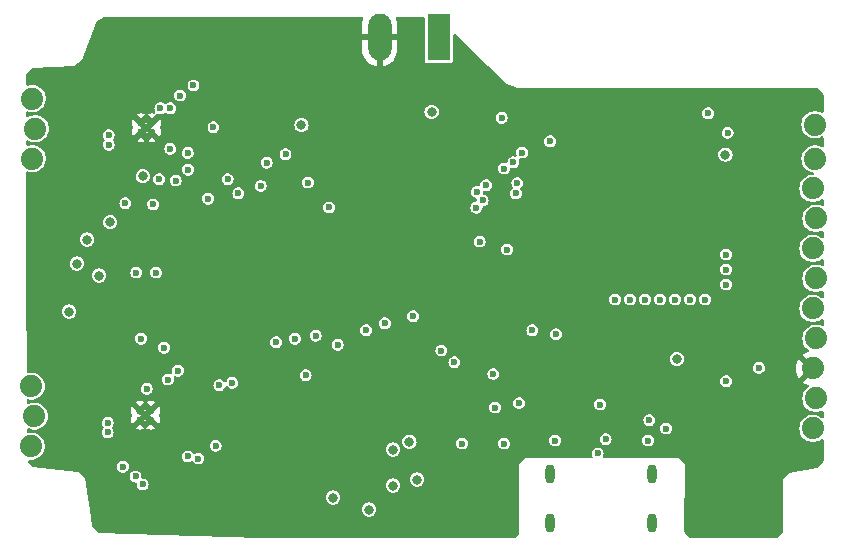
<source format=gbr>
%TF.GenerationSoftware,KiCad,Pcbnew,7.0.9*%
%TF.CreationDate,2023-12-14T21:01:46-07:00*%
%TF.ProjectId,mini_motor_go_V1_rev3,6d696e69-5f6d-46f7-946f-725f676f5f56,rev?*%
%TF.SameCoordinates,Original*%
%TF.FileFunction,Copper,L2,Inr*%
%TF.FilePolarity,Positive*%
%FSLAX46Y46*%
G04 Gerber Fmt 4.6, Leading zero omitted, Abs format (unit mm)*
G04 Created by KiCad (PCBNEW 7.0.9) date 2023-12-14 21:01:46*
%MOMM*%
%LPD*%
G01*
G04 APERTURE LIST*
%TA.AperFunction,ComponentPad*%
%ADD10C,0.600000*%
%TD*%
%TA.AperFunction,ComponentPad*%
%ADD11C,1.879600*%
%TD*%
%TA.AperFunction,ComponentPad*%
%ADD12O,0.800000X1.600000*%
%TD*%
%TA.AperFunction,ComponentPad*%
%ADD13R,1.980000X3.960000*%
%TD*%
%TA.AperFunction,ComponentPad*%
%ADD14O,1.980000X3.960000*%
%TD*%
%TA.AperFunction,ViaPad*%
%ADD15C,0.600000*%
%TD*%
%TA.AperFunction,ViaPad*%
%ADD16C,0.800000*%
%TD*%
G04 APERTURE END LIST*
D10*
%TO.N,GND*%
%TO.C,U2*%
X125481600Y-61536400D03*
X126381600Y-61536400D03*
X125481600Y-60736400D03*
X126381600Y-60736400D03*
%TD*%
D11*
%TO.N,Net-(U3-in+1)*%
%TO.C,J2*%
X116174213Y-88112054D03*
%TO.N,Net-(U5-V)*%
X116428213Y-85572054D03*
%TO.N,Net-(U3-in+2)*%
X116174213Y-83032054D03*
%TD*%
D12*
%TO.N,unconnected-(J11-SHELL_GND-PadS1)*%
%TO.C,J11*%
X160053600Y-94650700D03*
%TO.N,unconnected-(J11-SHELL_GND-PadS2)*%
X168703600Y-90450700D03*
%TO.N,unconnected-(J11-SHELL_GND-PadS3)*%
X160053600Y-90450700D03*
%TO.N,unconnected-(J11-SHELL_GND-PadS4)*%
X168703600Y-94650700D03*
%TD*%
D11*
%TO.N,Net-(J10-Pin_1)*%
%TO.C,J10*%
X182515000Y-63777800D03*
%TO.N,Net-(J10-Pin_2)*%
X182515000Y-60882200D03*
%TD*%
D10*
%TO.N,GND*%
%TO.C,U5*%
X125389938Y-85894093D03*
X126289938Y-85894093D03*
X125389938Y-85094093D03*
X126289938Y-85094093D03*
%TD*%
D13*
%TO.N,+BATT*%
%TO.C,J8*%
X150668062Y-53472238D03*
D14*
%TO.N,GND*%
X145668062Y-53472238D03*
%TD*%
D11*
%TO.N,Net-(U4-in+1)*%
%TO.C,J1*%
X116257000Y-63754000D03*
%TO.N,Net-(U2-V)*%
X116511000Y-61214000D03*
%TO.N,Net-(U4-in+2)*%
X116257000Y-58674000D03*
%TD*%
%TO.N,+3.3V*%
%TO.C,J9*%
X182344000Y-86610000D03*
%TO.N,+5V*%
X182598000Y-84070000D03*
%TO.N,GND*%
X182344000Y-81530000D03*
%TO.N,gpio47*%
X182598000Y-78990000D03*
%TO.N,gpio38*%
X182344000Y-76450000D03*
%TO.N,Net-(J9-Pin_6)*%
X182598000Y-73910000D03*
%TO.N,Net-(J9-Pin_7)*%
X182344000Y-71370000D03*
%TO.N,Net-(J9-Pin_8)*%
X182598000Y-68830000D03*
%TO.N,Net-(J9-Pin_9)*%
X182344000Y-66290000D03*
%TD*%
D15*
%TO.N,+BATT*%
X122642802Y-86943201D03*
D16*
X125624500Y-65250000D03*
X139050000Y-60930000D03*
D15*
X123931436Y-89838564D03*
X122732800Y-62585600D03*
X122732800Y-61772800D03*
X122642802Y-86130401D03*
%TO.N,GND*%
X161544000Y-81026000D03*
X158328060Y-81671940D03*
X166274001Y-83563600D03*
D16*
X164740000Y-66980000D03*
D15*
X118782002Y-86689201D03*
X154686000Y-94234000D03*
D16*
X164740000Y-68380000D03*
D15*
X161590842Y-82809158D03*
X124401600Y-62188400D03*
D16*
X116735000Y-74676000D03*
D15*
X157628060Y-80971940D03*
X159044166Y-82433634D03*
D16*
X166140000Y-65580000D03*
D15*
X159590842Y-80809158D03*
D16*
X123337570Y-73660000D03*
D15*
X171450000Y-87884000D03*
D16*
X135689493Y-89801810D03*
D15*
X159778060Y-83121940D03*
D16*
X166140000Y-68380000D03*
D15*
X177800000Y-87600000D03*
X157480000Y-87884000D03*
X131000000Y-71500000D03*
D16*
X137520000Y-60904365D03*
D15*
X132956940Y-63543060D03*
X157825500Y-78750000D03*
X124351602Y-84426001D03*
D16*
X164735137Y-65597355D03*
D15*
X156878060Y-80221940D03*
D16*
X137900000Y-70975500D03*
X166140000Y-66980000D03*
D15*
X143500000Y-84300000D03*
X160419981Y-83809449D03*
D16*
X167540000Y-66980000D03*
D15*
X156342637Y-79578908D03*
D16*
X167540000Y-68380000D03*
X174800000Y-59200000D03*
D15*
X141524000Y-89900000D03*
X119727546Y-62136006D03*
D16*
X138000000Y-73750000D03*
D15*
X158496000Y-83820000D03*
X124311602Y-86546001D03*
X124441600Y-60068400D03*
X125625500Y-82290000D03*
X160890842Y-82109158D03*
X118872000Y-62331600D03*
X161036000Y-88392000D03*
X144559980Y-67875500D03*
D16*
X167540000Y-65580000D03*
D15*
X158283364Y-79501678D03*
X167640000Y-88392000D03*
X160200000Y-59700000D03*
D16*
X172530000Y-79340000D03*
D15*
X131114800Y-89013600D03*
X119637548Y-86493607D03*
X156322500Y-78680558D03*
X125490000Y-57470000D03*
D16*
X137900000Y-68500000D03*
D15*
X158940842Y-80159158D03*
X160190842Y-81409158D03*
X154686000Y-89300000D03*
D16*
%TO.N,+3.3V*%
X148185362Y-87725395D03*
X148844000Y-90932000D03*
D15*
X156000000Y-60300000D03*
X125476000Y-79006000D03*
X148500000Y-77100000D03*
D16*
X119380000Y-76708000D03*
D15*
X175000000Y-82600000D03*
X125072469Y-73406000D03*
X128778000Y-58420000D03*
X128590000Y-81710000D03*
X126746000Y-73406000D03*
D16*
X170830000Y-80730000D03*
D15*
X124129800Y-67538600D03*
%TO.N,Net-(U3-in-1)*%
X125000000Y-90673500D03*
X129427830Y-88977500D03*
%TO.N,Net-(U3-in+1)*%
X130327526Y-89152900D03*
X125600000Y-91350000D03*
%TO.N,Net-(U3-ref_1)*%
X131775200Y-88073800D03*
X132100000Y-82950000D03*
X125943348Y-83248850D03*
%TO.N,/motor_controls/standby*%
X127421731Y-79763000D03*
X126492000Y-67640200D03*
X127104261Y-59503500D03*
X127740000Y-82470000D03*
%TO.N,+5V*%
X160528000Y-87630000D03*
X169926000Y-86614000D03*
X157480000Y-84455000D03*
X139599292Y-65785500D03*
X156210000Y-87884000D03*
X164338000Y-84582000D03*
X168500000Y-85900000D03*
X152654000Y-87884000D03*
D16*
X150070000Y-59790000D03*
D15*
X168402000Y-87630000D03*
X155448000Y-84836000D03*
%TO.N,Net-(U7-VFB)*%
X141400000Y-67900000D03*
D16*
%TO.N,m1_enc_cs*%
X122851991Y-69148009D03*
D15*
X175006000Y-71882000D03*
D16*
%TO.N,m2_enc_cs*%
X121920000Y-73660000D03*
D15*
X173228000Y-75692000D03*
%TO.N,m2_uh*%
X158600000Y-78300000D03*
X146106940Y-77706940D03*
%TO.N,m2_ul*%
X140250000Y-78750000D03*
X168148000Y-75692000D03*
%TO.N,m2_vh*%
X144531940Y-78281940D03*
X160600000Y-78621500D03*
%TO.N,m2_vl*%
X136900000Y-79300000D03*
X170688000Y-75692000D03*
%TO.N,m2_wh*%
X165608000Y-75692000D03*
X142113440Y-79513440D03*
%TO.N,m2_wl*%
X138500000Y-79000000D03*
X169418000Y-75692000D03*
%TO.N,m1_uh*%
X131150000Y-67150000D03*
X127000000Y-65500000D03*
X154391439Y-67300500D03*
%TO.N,m1_ul*%
X157200000Y-66700000D03*
X132789823Y-65500000D03*
X127939800Y-62941200D03*
%TO.N,m1_vh*%
X133700000Y-66700000D03*
X128400000Y-65618700D03*
X153900000Y-66585969D03*
%TO.N,m1_vl*%
X157000000Y-64075500D03*
X137700000Y-63400000D03*
X127939800Y-59503500D03*
%TO.N,m1_wh*%
X135600000Y-66075500D03*
X129446099Y-64700000D03*
X154693060Y-66006940D03*
%TO.N,m1_wl*%
X136100000Y-64100000D03*
X156200000Y-64600000D03*
X131600000Y-61100000D03*
%TO.N,Net-(J11-DP1)*%
X164800000Y-87517500D03*
X164126101Y-88722573D03*
%TO.N,Net-(U1-EN)*%
X160100000Y-62300000D03*
X153860000Y-67924500D03*
%TO.N,m2_current_sense_u*%
X133200000Y-82750000D03*
X156464000Y-71460500D03*
%TO.N,m2_current_sense_w*%
X139400000Y-82100000D03*
X166878000Y-75692000D03*
D16*
%TO.N,Net-(J10-Pin_1)*%
X174940000Y-63420000D03*
D15*
%TO.N,m1_current_sense_w*%
X129908326Y-57568045D03*
X157734000Y-63246000D03*
%TO.N,m1_current_sense_u*%
X129421099Y-63280167D03*
X157325503Y-65828100D03*
%TO.N,enc_scl*%
X175006000Y-73152000D03*
D16*
X120904000Y-70612000D03*
%TO.N,enc_sda*%
X120037570Y-72644000D03*
D15*
X175006000Y-74422000D03*
D16*
%TO.N,sda*%
X141732000Y-92456000D03*
D15*
X175125750Y-61574250D03*
D16*
X146812000Y-88392000D03*
D15*
X173482000Y-59930500D03*
D16*
%TO.N,scl*%
X146812000Y-91440000D03*
X144780000Y-93472000D03*
D15*
%TO.N,gpio38*%
X177770000Y-81480000D03*
X150900000Y-80010000D03*
%TO.N,gpio47*%
X154144667Y-70779500D03*
X152000000Y-81000000D03*
X155299500Y-82000000D03*
X171958000Y-75692000D03*
%TD*%
%TA.AperFunction,Conductor*%
%TO.N,GND*%
G36*
X144239454Y-51769685D02*
G01*
X144285209Y-51822489D01*
X144295153Y-51891647D01*
X144285971Y-51923811D01*
X144253963Y-51996780D01*
X144193346Y-52236147D01*
X144178062Y-52420607D01*
X144178062Y-53222238D01*
X145053894Y-53222238D01*
X145046419Y-53236480D01*
X145008062Y-53392100D01*
X145008062Y-53552376D01*
X145046419Y-53707996D01*
X145053894Y-53722238D01*
X144178062Y-53722238D01*
X144178062Y-54523869D01*
X144193346Y-54708328D01*
X144253963Y-54947698D01*
X144353154Y-55173829D01*
X144488210Y-55380549D01*
X144655456Y-55562226D01*
X144655460Y-55562229D01*
X144850307Y-55713885D01*
X144850313Y-55713889D01*
X145067483Y-55831416D01*
X145067491Y-55831419D01*
X145301032Y-55911594D01*
X145418061Y-55931123D01*
X145418062Y-55931122D01*
X145418062Y-54083295D01*
X145508954Y-54117766D01*
X145628143Y-54132238D01*
X145707981Y-54132238D01*
X145827170Y-54117766D01*
X145918062Y-54083295D01*
X145918062Y-55931123D01*
X146035091Y-55911594D01*
X146268632Y-55831419D01*
X146268640Y-55831416D01*
X146485810Y-55713889D01*
X146485816Y-55713885D01*
X146680663Y-55562229D01*
X146680667Y-55562226D01*
X146847913Y-55380549D01*
X146982969Y-55173829D01*
X147082160Y-54947698D01*
X147142777Y-54708328D01*
X147158062Y-54523869D01*
X147158062Y-53722238D01*
X146282230Y-53722238D01*
X146289705Y-53707996D01*
X146328062Y-53552376D01*
X146328062Y-53392100D01*
X146289705Y-53236480D01*
X146282230Y-53222238D01*
X147158062Y-53222238D01*
X147158062Y-52420607D01*
X147142777Y-52236147D01*
X147082160Y-51996780D01*
X147050153Y-51923811D01*
X147041250Y-51854511D01*
X147071227Y-51791398D01*
X147130566Y-51754511D01*
X147163709Y-51750000D01*
X149353562Y-51750000D01*
X149420601Y-51769685D01*
X149466356Y-51822489D01*
X149477562Y-51874000D01*
X149477562Y-55471990D01*
X149489193Y-55530467D01*
X149489194Y-55530468D01*
X149533509Y-55596790D01*
X149599831Y-55641105D01*
X149599832Y-55641106D01*
X149658309Y-55652737D01*
X149658312Y-55652738D01*
X149658314Y-55652738D01*
X151677812Y-55652738D01*
X151677813Y-55652737D01*
X151692630Y-55649790D01*
X151736291Y-55641106D01*
X151736291Y-55641105D01*
X151736293Y-55641105D01*
X151802614Y-55596790D01*
X151846929Y-55530469D01*
X151846929Y-55530467D01*
X151846930Y-55530467D01*
X151858561Y-55471990D01*
X151858562Y-55471988D01*
X151858562Y-53331260D01*
X151878247Y-53264221D01*
X151931051Y-53218466D01*
X152000209Y-53208522D01*
X152063765Y-53237547D01*
X152068008Y-53241399D01*
X154854482Y-55891734D01*
X155651697Y-56649999D01*
X156482706Y-57440407D01*
X156482707Y-57440408D01*
X157158576Y-57710501D01*
X157345000Y-57785000D01*
X176665000Y-57785000D01*
X177665000Y-57785000D01*
X182698645Y-57785000D01*
X182765684Y-57804685D01*
X182786317Y-57821309D01*
X183213792Y-58248691D01*
X183247283Y-58310011D01*
X183250120Y-58336355D01*
X183250432Y-59773723D01*
X183230762Y-59840767D01*
X183177968Y-59886533D01*
X183108812Y-59896492D01*
X183061154Y-59879177D01*
X183025454Y-59857072D01*
X183025452Y-59857071D01*
X182852321Y-59790001D01*
X182828395Y-59780732D01*
X182620664Y-59741900D01*
X182409336Y-59741900D01*
X182201605Y-59780732D01*
X182201602Y-59780732D01*
X182201602Y-59780733D01*
X182004547Y-59857071D01*
X182004546Y-59857072D01*
X181824870Y-59968324D01*
X181668699Y-60110691D01*
X181541344Y-60279337D01*
X181447147Y-60468509D01*
X181447144Y-60468515D01*
X181389314Y-60671770D01*
X181389313Y-60671773D01*
X181369815Y-60882199D01*
X181369815Y-60882200D01*
X181389313Y-61092626D01*
X181389314Y-61092629D01*
X181447144Y-61295884D01*
X181447147Y-61295890D01*
X181541344Y-61485062D01*
X181668699Y-61653708D01*
X181799338Y-61772800D01*
X181824872Y-61796077D01*
X182004547Y-61907328D01*
X182201605Y-61983668D01*
X182409336Y-62022500D01*
X182409338Y-62022500D01*
X182620662Y-62022500D01*
X182620664Y-62022500D01*
X182828395Y-61983668D01*
X183025453Y-61907328D01*
X183060372Y-61885707D01*
X183061635Y-61884925D01*
X183128996Y-61866368D01*
X183195695Y-61887176D01*
X183240557Y-61940740D01*
X183250914Y-61990324D01*
X183251062Y-62669713D01*
X183231392Y-62736757D01*
X183178598Y-62782523D01*
X183109442Y-62792482D01*
X183061785Y-62775167D01*
X183025459Y-62752675D01*
X183025452Y-62752671D01*
X182843395Y-62682143D01*
X182828395Y-62676332D01*
X182620664Y-62637500D01*
X182409336Y-62637500D01*
X182201605Y-62676332D01*
X182201602Y-62676332D01*
X182201602Y-62676333D01*
X182004547Y-62752671D01*
X182004546Y-62752672D01*
X181824870Y-62863924D01*
X181668699Y-63006291D01*
X181541344Y-63174937D01*
X181447147Y-63364109D01*
X181447144Y-63364115D01*
X181389314Y-63567370D01*
X181389313Y-63567373D01*
X181369815Y-63777799D01*
X181369815Y-63777800D01*
X181389313Y-63988226D01*
X181389314Y-63988229D01*
X181447144Y-64191484D01*
X181447147Y-64191490D01*
X181541344Y-64380662D01*
X181668699Y-64549308D01*
X181785698Y-64655965D01*
X181824872Y-64691677D01*
X182004547Y-64802928D01*
X182201605Y-64879268D01*
X182332901Y-64903811D01*
X182395181Y-64935479D01*
X182430454Y-64995792D01*
X182427520Y-65065600D01*
X182387311Y-65122740D01*
X182322593Y-65149071D01*
X182310115Y-65149700D01*
X182238336Y-65149700D01*
X182030605Y-65188532D01*
X182030602Y-65188532D01*
X182030602Y-65188533D01*
X181833547Y-65264871D01*
X181833546Y-65264872D01*
X181653870Y-65376124D01*
X181497699Y-65518491D01*
X181370344Y-65687137D01*
X181276147Y-65876309D01*
X181276144Y-65876315D01*
X181218314Y-66079570D01*
X181218313Y-66079573D01*
X181198815Y-66289999D01*
X181198815Y-66290000D01*
X181218313Y-66500426D01*
X181218314Y-66500429D01*
X181276144Y-66703684D01*
X181276147Y-66703690D01*
X181370344Y-66892862D01*
X181497699Y-67061508D01*
X181609886Y-67163779D01*
X181653872Y-67203877D01*
X181833547Y-67315128D01*
X182030605Y-67391468D01*
X182238336Y-67430300D01*
X182238338Y-67430300D01*
X182449662Y-67430300D01*
X182449664Y-67430300D01*
X182657395Y-67391468D01*
X182854453Y-67315128D01*
X183034128Y-67203877D01*
X183044524Y-67194399D01*
X183107325Y-67163779D01*
X183176713Y-67171973D01*
X183230655Y-67216380D01*
X183252026Y-67282900D01*
X183252066Y-67286005D01*
X183252152Y-67679496D01*
X183232482Y-67746540D01*
X183179688Y-67792306D01*
X183110532Y-67802265D01*
X183083359Y-67795150D01*
X182911399Y-67728533D01*
X182911396Y-67728532D01*
X182911395Y-67728532D01*
X182703664Y-67689700D01*
X182492336Y-67689700D01*
X182284605Y-67728532D01*
X182284602Y-67728532D01*
X182284602Y-67728533D01*
X182087547Y-67804871D01*
X182087546Y-67804872D01*
X181907870Y-67916124D01*
X181751699Y-68058491D01*
X181624344Y-68227137D01*
X181530147Y-68416309D01*
X181530144Y-68416315D01*
X181472314Y-68619570D01*
X181472313Y-68619573D01*
X181452815Y-68829999D01*
X181452815Y-68830000D01*
X181472313Y-69040426D01*
X181472314Y-69040429D01*
X181530144Y-69243684D01*
X181530147Y-69243690D01*
X181624344Y-69432862D01*
X181751699Y-69601508D01*
X181829624Y-69672545D01*
X181907872Y-69743877D01*
X182087547Y-69855128D01*
X182284605Y-69931468D01*
X182492336Y-69970300D01*
X182492338Y-69970300D01*
X182703662Y-69970300D01*
X182703664Y-69970300D01*
X182911395Y-69931468D01*
X183083858Y-69864655D01*
X183153481Y-69858793D01*
X183215221Y-69891503D01*
X183249476Y-69952399D01*
X183252652Y-69980255D01*
X183252738Y-70374552D01*
X183233068Y-70441596D01*
X183180274Y-70487362D01*
X183111118Y-70497321D01*
X183047556Y-70468310D01*
X183045200Y-70466216D01*
X183034129Y-70456124D01*
X183034128Y-70456123D01*
X182854453Y-70344872D01*
X182854452Y-70344871D01*
X182684416Y-70279000D01*
X182657395Y-70268532D01*
X182449664Y-70229700D01*
X182238336Y-70229700D01*
X182030605Y-70268532D01*
X182030602Y-70268532D01*
X182030602Y-70268533D01*
X181833547Y-70344871D01*
X181833546Y-70344872D01*
X181653870Y-70456124D01*
X181497699Y-70598491D01*
X181370344Y-70767137D01*
X181276147Y-70956309D01*
X181276144Y-70956315D01*
X181218314Y-71159570D01*
X181218313Y-71159573D01*
X181198815Y-71369999D01*
X181198815Y-71370000D01*
X181218313Y-71580426D01*
X181218314Y-71580429D01*
X181276144Y-71783684D01*
X181276147Y-71783690D01*
X181370344Y-71972862D01*
X181497699Y-72141508D01*
X181608782Y-72242772D01*
X181653872Y-72283877D01*
X181833547Y-72395128D01*
X182030605Y-72471468D01*
X182238336Y-72510300D01*
X182238338Y-72510300D01*
X182449662Y-72510300D01*
X182449664Y-72510300D01*
X182657395Y-72471468D01*
X182854453Y-72395128D01*
X183034128Y-72283877D01*
X183045632Y-72273389D01*
X183108432Y-72242772D01*
X183177819Y-72250967D01*
X183231761Y-72295374D01*
X183253132Y-72361895D01*
X183253171Y-72364998D01*
X183253257Y-72759924D01*
X183233587Y-72826968D01*
X183180793Y-72872734D01*
X183111637Y-72882693D01*
X183084464Y-72875578D01*
X182911399Y-72808533D01*
X182911396Y-72808532D01*
X182911395Y-72808532D01*
X182703664Y-72769700D01*
X182492336Y-72769700D01*
X182284605Y-72808532D01*
X182284602Y-72808532D01*
X182284602Y-72808533D01*
X182087547Y-72884871D01*
X182087546Y-72884872D01*
X181907870Y-72996124D01*
X181751699Y-73138491D01*
X181624344Y-73307137D01*
X181530147Y-73496309D01*
X181530144Y-73496315D01*
X181472314Y-73699570D01*
X181472313Y-73699573D01*
X181452815Y-73909999D01*
X181452815Y-73910000D01*
X181472313Y-74120426D01*
X181472314Y-74120429D01*
X181530144Y-74323684D01*
X181530147Y-74323690D01*
X181624344Y-74512862D01*
X181751699Y-74681508D01*
X181886050Y-74803983D01*
X181907872Y-74823877D01*
X182087547Y-74935128D01*
X182284605Y-75011468D01*
X182492336Y-75050300D01*
X182492338Y-75050300D01*
X182703662Y-75050300D01*
X182703664Y-75050300D01*
X182911395Y-75011468D01*
X183084963Y-74944228D01*
X183154586Y-74938365D01*
X183216326Y-74971075D01*
X183250581Y-75031971D01*
X183253757Y-75059827D01*
X183253844Y-75455560D01*
X183234174Y-75522604D01*
X183181380Y-75568370D01*
X183112224Y-75578329D01*
X183048662Y-75549318D01*
X183046307Y-75547225D01*
X183034129Y-75536124D01*
X183034128Y-75536123D01*
X182854453Y-75424872D01*
X182854452Y-75424871D01*
X182710365Y-75369052D01*
X182657395Y-75348532D01*
X182449664Y-75309700D01*
X182238336Y-75309700D01*
X182030605Y-75348532D01*
X182030602Y-75348532D01*
X182030602Y-75348533D01*
X181833547Y-75424871D01*
X181833546Y-75424872D01*
X181653870Y-75536124D01*
X181497699Y-75678491D01*
X181370344Y-75847137D01*
X181276147Y-76036309D01*
X181276144Y-76036315D01*
X181218314Y-76239570D01*
X181218313Y-76239573D01*
X181198815Y-76449999D01*
X181198815Y-76450000D01*
X181218313Y-76660426D01*
X181218314Y-76660429D01*
X181276144Y-76863684D01*
X181276147Y-76863690D01*
X181370344Y-77052862D01*
X181497699Y-77221508D01*
X181607677Y-77321765D01*
X181653872Y-77363877D01*
X181833547Y-77475128D01*
X182030605Y-77551468D01*
X182238336Y-77590300D01*
X182238338Y-77590300D01*
X182449662Y-77590300D01*
X182449664Y-77590300D01*
X182657395Y-77551468D01*
X182854453Y-77475128D01*
X183034128Y-77363877D01*
X183046735Y-77352383D01*
X183109538Y-77321765D01*
X183178925Y-77329961D01*
X183232866Y-77374370D01*
X183254236Y-77440892D01*
X183254275Y-77443992D01*
X183254362Y-77840352D01*
X183234692Y-77907396D01*
X183181898Y-77953162D01*
X183112742Y-77963121D01*
X183085569Y-77956006D01*
X182911399Y-77888533D01*
X182911396Y-77888532D01*
X182911395Y-77888532D01*
X182703664Y-77849700D01*
X182492336Y-77849700D01*
X182284605Y-77888532D01*
X182284602Y-77888532D01*
X182284602Y-77888533D01*
X182087547Y-77964871D01*
X182087546Y-77964872D01*
X181907870Y-78076124D01*
X181751699Y-78218491D01*
X181624344Y-78387137D01*
X181530147Y-78576309D01*
X181530144Y-78576315D01*
X181472314Y-78779570D01*
X181472313Y-78779573D01*
X181452815Y-78989999D01*
X181452815Y-78990000D01*
X181472313Y-79200426D01*
X181472314Y-79200429D01*
X181530144Y-79403684D01*
X181530147Y-79403690D01*
X181624344Y-79592862D01*
X181751699Y-79761508D01*
X181907871Y-79903876D01*
X181907873Y-79903878D01*
X181948852Y-79929251D01*
X181995488Y-79981279D01*
X182006592Y-80050260D01*
X181978639Y-80114295D01*
X181923838Y-80151959D01*
X181763661Y-80206948D01*
X181763650Y-80206953D01*
X181553807Y-80320514D01*
X181553802Y-80320517D01*
X181516840Y-80349286D01*
X181516840Y-80349287D01*
X182204400Y-81036847D01*
X182199408Y-81037565D01*
X182066530Y-81098248D01*
X181956131Y-81193910D01*
X181877155Y-81316799D01*
X181854478Y-81394030D01*
X181164057Y-80703609D01*
X181073392Y-80842382D01*
X180977545Y-81060895D01*
X180918969Y-81292203D01*
X180918967Y-81292211D01*
X180899265Y-81529993D01*
X180899265Y-81530006D01*
X180918967Y-81767788D01*
X180918969Y-81767796D01*
X180977545Y-81999104D01*
X181073391Y-82217614D01*
X181164057Y-82356389D01*
X181854477Y-81665969D01*
X181877155Y-81743201D01*
X181956131Y-81866090D01*
X182066530Y-81961752D01*
X182199408Y-82022435D01*
X182204398Y-82023152D01*
X181516839Y-82710711D01*
X181516840Y-82710712D01*
X181553802Y-82739481D01*
X181553808Y-82739486D01*
X181763650Y-82853046D01*
X181763660Y-82853051D01*
X181923838Y-82908040D01*
X181980853Y-82948425D01*
X182006984Y-83013225D01*
X181993933Y-83081865D01*
X181948854Y-83130747D01*
X181907872Y-83156122D01*
X181907871Y-83156123D01*
X181751699Y-83298491D01*
X181624344Y-83467137D01*
X181530147Y-83656309D01*
X181530144Y-83656315D01*
X181472314Y-83859570D01*
X181472313Y-83859573D01*
X181452815Y-84069999D01*
X181452815Y-84070000D01*
X181472313Y-84280426D01*
X181472314Y-84280429D01*
X181530144Y-84483684D01*
X181530147Y-84483690D01*
X181624344Y-84672862D01*
X181751699Y-84841508D01*
X181864231Y-84944093D01*
X181907872Y-84983877D01*
X182087547Y-85095128D01*
X182284605Y-85171468D01*
X182492336Y-85210300D01*
X182492338Y-85210300D01*
X182703662Y-85210300D01*
X182703664Y-85210300D01*
X182911395Y-85171468D01*
X183087175Y-85103370D01*
X183156797Y-85097509D01*
X183218538Y-85130219D01*
X183252793Y-85191115D01*
X183255968Y-85218971D01*
X183256055Y-85617576D01*
X183236385Y-85684620D01*
X183183591Y-85730386D01*
X183114435Y-85740345D01*
X183050873Y-85711334D01*
X183048517Y-85709240D01*
X183034129Y-85696124D01*
X183034128Y-85696123D01*
X182854453Y-85584872D01*
X182854452Y-85584871D01*
X182710365Y-85529052D01*
X182657395Y-85508532D01*
X182449664Y-85469700D01*
X182238336Y-85469700D01*
X182030605Y-85508532D01*
X182030602Y-85508532D01*
X182030602Y-85508533D01*
X181833547Y-85584871D01*
X181833546Y-85584872D01*
X181653870Y-85696124D01*
X181497699Y-85838491D01*
X181370344Y-86007137D01*
X181276147Y-86196309D01*
X181276144Y-86196315D01*
X181218314Y-86399570D01*
X181218313Y-86399573D01*
X181198815Y-86609999D01*
X181198815Y-86610000D01*
X181218313Y-86820426D01*
X181218314Y-86820429D01*
X181276144Y-87023684D01*
X181276147Y-87023690D01*
X181370344Y-87212862D01*
X181497699Y-87381508D01*
X181605466Y-87479749D01*
X181653872Y-87523877D01*
X181833547Y-87635128D01*
X182030605Y-87711468D01*
X182238336Y-87750300D01*
X182238338Y-87750300D01*
X182449662Y-87750300D01*
X182449664Y-87750300D01*
X182657395Y-87711468D01*
X182854453Y-87635128D01*
X183034128Y-87523877D01*
X183048949Y-87510365D01*
X183111752Y-87479749D01*
X183181139Y-87487946D01*
X183235080Y-87532356D01*
X183256448Y-87598878D01*
X183256487Y-87601976D01*
X183256860Y-89314895D01*
X183237190Y-89381939D01*
X183227903Y-89394564D01*
X183205947Y-89420766D01*
X182793637Y-89912804D01*
X182735494Y-89951544D01*
X182720266Y-89955253D01*
X180312307Y-90382623D01*
X180312306Y-90382623D01*
X180312305Y-90382624D01*
X180013248Y-90736776D01*
X179816319Y-90969986D01*
X179784054Y-95352361D01*
X179763876Y-95419254D01*
X179747371Y-95439494D01*
X179316302Y-95866979D01*
X179254840Y-95900208D01*
X179228866Y-95902933D01*
X172028205Y-95895828D01*
X171961185Y-95876077D01*
X171940452Y-95859315D01*
X171514777Y-95431750D01*
X171481428Y-95370353D01*
X171478653Y-95343836D01*
X171498278Y-89645997D01*
X171000000Y-89146000D01*
X164675898Y-89146000D01*
X164608859Y-89126315D01*
X164563104Y-89073511D01*
X164553160Y-89004353D01*
X164563104Y-88970488D01*
X164611266Y-88865030D01*
X164631748Y-88722573D01*
X164611266Y-88580116D01*
X164551478Y-88449200D01*
X164457229Y-88340430D01*
X164336154Y-88262620D01*
X164336152Y-88262619D01*
X164336150Y-88262618D01*
X164336151Y-88262618D01*
X164198064Y-88222073D01*
X164198062Y-88222073D01*
X164054140Y-88222073D01*
X164054137Y-88222073D01*
X163916050Y-88262618D01*
X163794974Y-88340429D01*
X163794973Y-88340429D01*
X163794973Y-88340430D01*
X163789132Y-88347171D01*
X163700724Y-88449199D01*
X163700723Y-88449201D01*
X163640935Y-88580116D01*
X163620454Y-88722573D01*
X163640935Y-88865029D01*
X163689098Y-88970488D01*
X163699042Y-89039646D01*
X163670017Y-89103202D01*
X163611240Y-89140977D01*
X163576304Y-89146000D01*
X157979999Y-89146000D01*
X157480000Y-89645999D01*
X157480000Y-95452638D01*
X157460315Y-95519677D01*
X157443681Y-95540319D01*
X157135319Y-95848681D01*
X157073996Y-95882166D01*
X157047638Y-95885000D01*
X136580500Y-95885000D01*
X135580770Y-95868584D01*
X121924802Y-95419990D01*
X121858445Y-95398115D01*
X121846047Y-95388338D01*
X121796465Y-95343836D01*
X121343411Y-94937202D01*
X121306670Y-94877776D01*
X121303467Y-94862329D01*
X121106513Y-93472001D01*
X144174318Y-93472001D01*
X144194955Y-93628760D01*
X144194956Y-93628762D01*
X144247511Y-93755642D01*
X144255464Y-93774841D01*
X144351718Y-93900282D01*
X144477159Y-93996536D01*
X144623238Y-94057044D01*
X144701619Y-94067363D01*
X144779999Y-94077682D01*
X144780000Y-94077682D01*
X144780001Y-94077682D01*
X144832254Y-94070802D01*
X144936762Y-94057044D01*
X145082841Y-93996536D01*
X145208282Y-93900282D01*
X145304536Y-93774841D01*
X145365044Y-93628762D01*
X145385682Y-93472000D01*
X145365044Y-93315238D01*
X145304536Y-93169159D01*
X145208282Y-93043718D01*
X145082841Y-92947464D01*
X144936762Y-92886956D01*
X144936760Y-92886955D01*
X144780001Y-92866318D01*
X144779999Y-92866318D01*
X144623239Y-92886955D01*
X144623237Y-92886956D01*
X144477160Y-92947463D01*
X144351718Y-93043718D01*
X144255463Y-93169160D01*
X144194956Y-93315237D01*
X144194955Y-93315239D01*
X144174318Y-93471998D01*
X144174318Y-93472001D01*
X121106513Y-93472001D01*
X120962586Y-92456001D01*
X141126318Y-92456001D01*
X141146955Y-92612760D01*
X141146956Y-92612762D01*
X141204704Y-92752179D01*
X141207464Y-92758841D01*
X141303718Y-92884282D01*
X141429159Y-92980536D01*
X141575238Y-93041044D01*
X141653619Y-93051363D01*
X141731999Y-93061682D01*
X141732000Y-93061682D01*
X141732001Y-93061682D01*
X141784254Y-93054802D01*
X141888762Y-93041044D01*
X142034841Y-92980536D01*
X142160282Y-92884282D01*
X142256536Y-92758841D01*
X142317044Y-92612762D01*
X142337682Y-92456000D01*
X142317044Y-92299238D01*
X142256536Y-92153159D01*
X142160282Y-92027718D01*
X142034841Y-91931464D01*
X141951111Y-91896782D01*
X141888762Y-91870956D01*
X141888760Y-91870955D01*
X141732001Y-91850318D01*
X141731999Y-91850318D01*
X141575239Y-91870955D01*
X141575237Y-91870956D01*
X141429160Y-91931463D01*
X141303718Y-92027718D01*
X141207463Y-92153160D01*
X141146956Y-92299237D01*
X141146955Y-92299239D01*
X141126318Y-92455998D01*
X141126318Y-92456001D01*
X120962586Y-92456001D01*
X120730130Y-90815057D01*
X120583922Y-90673500D01*
X124494353Y-90673500D01*
X124514834Y-90815956D01*
X124574453Y-90946500D01*
X124574623Y-90946873D01*
X124668872Y-91055643D01*
X124789947Y-91133453D01*
X124789950Y-91133454D01*
X124789949Y-91133454D01*
X124928036Y-91173999D01*
X124928038Y-91174000D01*
X124976554Y-91174000D01*
X125043593Y-91193685D01*
X125089348Y-91246489D01*
X125099292Y-91315646D01*
X125094353Y-91349999D01*
X125114834Y-91492456D01*
X125136743Y-91540429D01*
X125174623Y-91623373D01*
X125268872Y-91732143D01*
X125389947Y-91809953D01*
X125389950Y-91809954D01*
X125389949Y-91809954D01*
X125497107Y-91841417D01*
X125527419Y-91850318D01*
X125528036Y-91850499D01*
X125528038Y-91850500D01*
X125528039Y-91850500D01*
X125671962Y-91850500D01*
X125671962Y-91850499D01*
X125810053Y-91809953D01*
X125931128Y-91732143D01*
X126025377Y-91623373D01*
X126085165Y-91492457D01*
X126092707Y-91440001D01*
X146206318Y-91440001D01*
X146226955Y-91596760D01*
X146226956Y-91596762D01*
X146287464Y-91742841D01*
X146383718Y-91868282D01*
X146509159Y-91964536D01*
X146655238Y-92025044D01*
X146733619Y-92035363D01*
X146811999Y-92045682D01*
X146812000Y-92045682D01*
X146812001Y-92045682D01*
X146864254Y-92038802D01*
X146968762Y-92025044D01*
X147114841Y-91964536D01*
X147240282Y-91868282D01*
X147336536Y-91742841D01*
X147397044Y-91596762D01*
X147417682Y-91440000D01*
X147405168Y-91344950D01*
X147397044Y-91283239D01*
X147397044Y-91283238D01*
X147336536Y-91137159D01*
X147240282Y-91011718D01*
X147136392Y-90932001D01*
X148238318Y-90932001D01*
X148258955Y-91088760D01*
X148258956Y-91088762D01*
X148302416Y-91193685D01*
X148319464Y-91234841D01*
X148415718Y-91360282D01*
X148541159Y-91456536D01*
X148687238Y-91517044D01*
X148765619Y-91527363D01*
X148843999Y-91537682D01*
X148844000Y-91537682D01*
X148844001Y-91537682D01*
X148896254Y-91530802D01*
X149000762Y-91517044D01*
X149146841Y-91456536D01*
X149272282Y-91360282D01*
X149368536Y-91234841D01*
X149429044Y-91088762D01*
X149444961Y-90967857D01*
X149449682Y-90932001D01*
X149449682Y-90931998D01*
X149431070Y-90790625D01*
X149429044Y-90775238D01*
X149368536Y-90629159D01*
X149272282Y-90503718D01*
X149146841Y-90407464D01*
X149129130Y-90400128D01*
X149000762Y-90346956D01*
X149000760Y-90346955D01*
X148844001Y-90326318D01*
X148843999Y-90326318D01*
X148687239Y-90346955D01*
X148687237Y-90346956D01*
X148541160Y-90407463D01*
X148415718Y-90503718D01*
X148319463Y-90629160D01*
X148258956Y-90775237D01*
X148258955Y-90775239D01*
X148238318Y-90931998D01*
X148238318Y-90932001D01*
X147136392Y-90932001D01*
X147114841Y-90915464D01*
X146968762Y-90854956D01*
X146968760Y-90854955D01*
X146812001Y-90834318D01*
X146811999Y-90834318D01*
X146655239Y-90854955D01*
X146655237Y-90854956D01*
X146509160Y-90915463D01*
X146383718Y-91011718D01*
X146287463Y-91137160D01*
X146226956Y-91283237D01*
X146226955Y-91283239D01*
X146206318Y-91439998D01*
X146206318Y-91440001D01*
X126092707Y-91440001D01*
X126105647Y-91350000D01*
X126085165Y-91207543D01*
X126025377Y-91076627D01*
X125931128Y-90967857D01*
X125810053Y-90890047D01*
X125810051Y-90890046D01*
X125810049Y-90890045D01*
X125810050Y-90890045D01*
X125671963Y-90849500D01*
X125671961Y-90849500D01*
X125623446Y-90849500D01*
X125556407Y-90829815D01*
X125510652Y-90777011D01*
X125500708Y-90707854D01*
X125505647Y-90673500D01*
X125485165Y-90531043D01*
X125472686Y-90503718D01*
X125425377Y-90400127D01*
X125331128Y-90291357D01*
X125210053Y-90213547D01*
X125210051Y-90213546D01*
X125210049Y-90213545D01*
X125210050Y-90213545D01*
X125071963Y-90173000D01*
X125071961Y-90173000D01*
X124928039Y-90173000D01*
X124928036Y-90173000D01*
X124789949Y-90213545D01*
X124668873Y-90291356D01*
X124574623Y-90400126D01*
X124574622Y-90400128D01*
X124514834Y-90531043D01*
X124494353Y-90673500D01*
X120583922Y-90673500D01*
X120162935Y-90265905D01*
X116334191Y-89849223D01*
X116308552Y-89838564D01*
X123425789Y-89838564D01*
X123446270Y-89981020D01*
X123461831Y-90015093D01*
X123506059Y-90111937D01*
X123600308Y-90220707D01*
X123721383Y-90298517D01*
X123721386Y-90298518D01*
X123721385Y-90298518D01*
X123859472Y-90339063D01*
X123859474Y-90339064D01*
X123859475Y-90339064D01*
X124003398Y-90339064D01*
X124003398Y-90339063D01*
X124141489Y-90298517D01*
X124262564Y-90220707D01*
X124356813Y-90111937D01*
X124416601Y-89981021D01*
X124437083Y-89838564D01*
X124416601Y-89696107D01*
X124356813Y-89565191D01*
X124262564Y-89456421D01*
X124141489Y-89378611D01*
X124141487Y-89378610D01*
X124141485Y-89378609D01*
X124141486Y-89378609D01*
X124003399Y-89338064D01*
X124003397Y-89338064D01*
X123859475Y-89338064D01*
X123859472Y-89338064D01*
X123721385Y-89378609D01*
X123600309Y-89456420D01*
X123506059Y-89565190D01*
X123506058Y-89565192D01*
X123446270Y-89696107D01*
X123425789Y-89838564D01*
X116308552Y-89838564D01*
X116269675Y-89822401D01*
X116255378Y-89808836D01*
X115936428Y-89453929D01*
X115906258Y-89390908D01*
X115914949Y-89321581D01*
X115959742Y-89267958D01*
X116026414Y-89247064D01*
X116051437Y-89249155D01*
X116068549Y-89252354D01*
X116068551Y-89252354D01*
X116279875Y-89252354D01*
X116279877Y-89252354D01*
X116487608Y-89213522D01*
X116684666Y-89137182D01*
X116864341Y-89025931D01*
X116917467Y-88977500D01*
X128922183Y-88977500D01*
X128942664Y-89119956D01*
X128985394Y-89213520D01*
X129002453Y-89250873D01*
X129096702Y-89359643D01*
X129217777Y-89437453D01*
X129217780Y-89437454D01*
X129217779Y-89437454D01*
X129355866Y-89477999D01*
X129355868Y-89478000D01*
X129355869Y-89478000D01*
X129499792Y-89478000D01*
X129499792Y-89477999D01*
X129637880Y-89437454D01*
X129637881Y-89437454D01*
X129655279Y-89426273D01*
X129725748Y-89380985D01*
X129792787Y-89361301D01*
X129859826Y-89380985D01*
X129894315Y-89420766D01*
X129897355Y-89418813D01*
X129902148Y-89426271D01*
X129902149Y-89426273D01*
X129996398Y-89535043D01*
X130117473Y-89612853D01*
X130117476Y-89612854D01*
X130117475Y-89612854D01*
X130255562Y-89653399D01*
X130255564Y-89653400D01*
X130255565Y-89653400D01*
X130399488Y-89653400D01*
X130399488Y-89653399D01*
X130537579Y-89612853D01*
X130658654Y-89535043D01*
X130752903Y-89426273D01*
X130812691Y-89295357D01*
X130833173Y-89152900D01*
X130812691Y-89010443D01*
X130752903Y-88879527D01*
X130658654Y-88770757D01*
X130537579Y-88692947D01*
X130537577Y-88692946D01*
X130537575Y-88692945D01*
X130537576Y-88692945D01*
X130399489Y-88652400D01*
X130399487Y-88652400D01*
X130255565Y-88652400D01*
X130255562Y-88652400D01*
X130117475Y-88692945D01*
X130117472Y-88692946D01*
X130029606Y-88749414D01*
X129962567Y-88769098D01*
X129895528Y-88749413D01*
X129861052Y-88709625D01*
X129858001Y-88711587D01*
X129853206Y-88704126D01*
X129758958Y-88595357D01*
X129637883Y-88517547D01*
X129637881Y-88517546D01*
X129637879Y-88517545D01*
X129637880Y-88517545D01*
X129499793Y-88477000D01*
X129499791Y-88477000D01*
X129355869Y-88477000D01*
X129355866Y-88477000D01*
X129217779Y-88517545D01*
X129096703Y-88595356D01*
X129002453Y-88704126D01*
X129002452Y-88704128D01*
X128942664Y-88835043D01*
X128922183Y-88977500D01*
X116917467Y-88977500D01*
X117020515Y-88883560D01*
X117147869Y-88714916D01*
X117242066Y-88525743D01*
X117242066Y-88525740D01*
X117242068Y-88525738D01*
X117282253Y-88384499D01*
X117299899Y-88322481D01*
X117319398Y-88112054D01*
X117317276Y-88089159D01*
X117315853Y-88073800D01*
X131269553Y-88073800D01*
X131290034Y-88216256D01*
X131348352Y-88343953D01*
X131349823Y-88347173D01*
X131444072Y-88455943D01*
X131565147Y-88533753D01*
X131565150Y-88533754D01*
X131565149Y-88533754D01*
X131703236Y-88574299D01*
X131703238Y-88574300D01*
X131703239Y-88574300D01*
X131847162Y-88574300D01*
X131847162Y-88574299D01*
X131985253Y-88533753D01*
X132106328Y-88455943D01*
X132161734Y-88392001D01*
X146206318Y-88392001D01*
X146226955Y-88548760D01*
X146226956Y-88548762D01*
X146286678Y-88692945D01*
X146287464Y-88694841D01*
X146383718Y-88820282D01*
X146509159Y-88916536D01*
X146655238Y-88977044D01*
X146733619Y-88987363D01*
X146811999Y-88997682D01*
X146812000Y-88997682D01*
X146812001Y-88997682D01*
X146864254Y-88990802D01*
X146968762Y-88977044D01*
X147114841Y-88916536D01*
X147240282Y-88820282D01*
X147336536Y-88694841D01*
X147397044Y-88548762D01*
X147417682Y-88392000D01*
X147416694Y-88384499D01*
X147397044Y-88235239D01*
X147397044Y-88235238D01*
X147336536Y-88089159D01*
X147240282Y-87963718D01*
X147114841Y-87867464D01*
X146968762Y-87806956D01*
X146968760Y-87806955D01*
X146812001Y-87786318D01*
X146811999Y-87786318D01*
X146655239Y-87806955D01*
X146655237Y-87806956D01*
X146509160Y-87867463D01*
X146383718Y-87963718D01*
X146287463Y-88089160D01*
X146226956Y-88235237D01*
X146226955Y-88235239D01*
X146206318Y-88391998D01*
X146206318Y-88392001D01*
X132161734Y-88392001D01*
X132200577Y-88347173D01*
X132260365Y-88216257D01*
X132280847Y-88073800D01*
X132260365Y-87931343D01*
X132200577Y-87800427D01*
X132135563Y-87725396D01*
X147579680Y-87725396D01*
X147600317Y-87882155D01*
X147600318Y-87882157D01*
X147620691Y-87931343D01*
X147660826Y-88028236D01*
X147757080Y-88153677D01*
X147882521Y-88249931D01*
X148028600Y-88310439D01*
X148106981Y-88320758D01*
X148185361Y-88331077D01*
X148185362Y-88331077D01*
X148185363Y-88331077D01*
X148250663Y-88322480D01*
X148342124Y-88310439D01*
X148488203Y-88249931D01*
X148613644Y-88153677D01*
X148709898Y-88028236D01*
X148769643Y-87884000D01*
X152148353Y-87884000D01*
X152168834Y-88026456D01*
X152197833Y-88089953D01*
X152228623Y-88157373D01*
X152322872Y-88266143D01*
X152443947Y-88343953D01*
X152443950Y-88343954D01*
X152443949Y-88343954D01*
X152582036Y-88384499D01*
X152582038Y-88384500D01*
X152582039Y-88384500D01*
X152725962Y-88384500D01*
X152725962Y-88384499D01*
X152853087Y-88347173D01*
X152864050Y-88343954D01*
X152864050Y-88343953D01*
X152864053Y-88343953D01*
X152985128Y-88266143D01*
X153079377Y-88157373D01*
X153139165Y-88026457D01*
X153159647Y-87884000D01*
X155704353Y-87884000D01*
X155724834Y-88026456D01*
X155753833Y-88089953D01*
X155784623Y-88157373D01*
X155878872Y-88266143D01*
X155999947Y-88343953D01*
X155999950Y-88343954D01*
X155999949Y-88343954D01*
X156138036Y-88384499D01*
X156138038Y-88384500D01*
X156138039Y-88384500D01*
X156281962Y-88384500D01*
X156281962Y-88384499D01*
X156409087Y-88347173D01*
X156420050Y-88343954D01*
X156420050Y-88343953D01*
X156420053Y-88343953D01*
X156541128Y-88266143D01*
X156635377Y-88157373D01*
X156695165Y-88026457D01*
X156715647Y-87884000D01*
X156695165Y-87741543D01*
X156644224Y-87630000D01*
X160022353Y-87630000D01*
X160042834Y-87772456D01*
X160101824Y-87901624D01*
X160102623Y-87903373D01*
X160196872Y-88012143D01*
X160317947Y-88089953D01*
X160317950Y-88089954D01*
X160317949Y-88089954D01*
X160456036Y-88130499D01*
X160456038Y-88130500D01*
X160456039Y-88130500D01*
X160599962Y-88130500D01*
X160599962Y-88130499D01*
X160738053Y-88089953D01*
X160859128Y-88012143D01*
X160953377Y-87903373D01*
X161013165Y-87772457D01*
X161033647Y-87630000D01*
X161017472Y-87517500D01*
X164294353Y-87517500D01*
X164314834Y-87659956D01*
X164372543Y-87786318D01*
X164374623Y-87790873D01*
X164468872Y-87899643D01*
X164589947Y-87977453D01*
X164589950Y-87977454D01*
X164589949Y-87977454D01*
X164728036Y-88017999D01*
X164728038Y-88018000D01*
X164728039Y-88018000D01*
X164871962Y-88018000D01*
X164871962Y-88017999D01*
X165010053Y-87977453D01*
X165131128Y-87899643D01*
X165225377Y-87790873D01*
X165285165Y-87659957D01*
X165289472Y-87630000D01*
X167896353Y-87630000D01*
X167916834Y-87772456D01*
X167975824Y-87901624D01*
X167976623Y-87903373D01*
X168070872Y-88012143D01*
X168191947Y-88089953D01*
X168191950Y-88089954D01*
X168191949Y-88089954D01*
X168330036Y-88130499D01*
X168330038Y-88130500D01*
X168330039Y-88130500D01*
X168473962Y-88130500D01*
X168473962Y-88130499D01*
X168612053Y-88089953D01*
X168733128Y-88012143D01*
X168827377Y-87903373D01*
X168887165Y-87772457D01*
X168907647Y-87630000D01*
X168887165Y-87487543D01*
X168827377Y-87356627D01*
X168733128Y-87247857D01*
X168612053Y-87170047D01*
X168612051Y-87170046D01*
X168612049Y-87170045D01*
X168612050Y-87170045D01*
X168473963Y-87129500D01*
X168473961Y-87129500D01*
X168330039Y-87129500D01*
X168330036Y-87129500D01*
X168191949Y-87170045D01*
X168070873Y-87247856D01*
X167976623Y-87356626D01*
X167976622Y-87356628D01*
X167916834Y-87487543D01*
X167896353Y-87630000D01*
X165289472Y-87630000D01*
X165305647Y-87517500D01*
X165285165Y-87375043D01*
X165225377Y-87244127D01*
X165131128Y-87135357D01*
X165010053Y-87057547D01*
X165010051Y-87057546D01*
X165010049Y-87057545D01*
X165010050Y-87057545D01*
X164871963Y-87017000D01*
X164871961Y-87017000D01*
X164728039Y-87017000D01*
X164728036Y-87017000D01*
X164589949Y-87057545D01*
X164468873Y-87135356D01*
X164374623Y-87244126D01*
X164374622Y-87244128D01*
X164314834Y-87375043D01*
X164294353Y-87517500D01*
X161017472Y-87517500D01*
X161013165Y-87487543D01*
X160953377Y-87356627D01*
X160859128Y-87247857D01*
X160738053Y-87170047D01*
X160738051Y-87170046D01*
X160738049Y-87170045D01*
X160738050Y-87170045D01*
X160599963Y-87129500D01*
X160599961Y-87129500D01*
X160456039Y-87129500D01*
X160456036Y-87129500D01*
X160317949Y-87170045D01*
X160196873Y-87247856D01*
X160102623Y-87356626D01*
X160102622Y-87356628D01*
X160042834Y-87487543D01*
X160022353Y-87630000D01*
X156644224Y-87630000D01*
X156635377Y-87610627D01*
X156541128Y-87501857D01*
X156420053Y-87424047D01*
X156420051Y-87424046D01*
X156420049Y-87424045D01*
X156420050Y-87424045D01*
X156281963Y-87383500D01*
X156281961Y-87383500D01*
X156138039Y-87383500D01*
X156138036Y-87383500D01*
X155999949Y-87424045D01*
X155878873Y-87501856D01*
X155784623Y-87610626D01*
X155784622Y-87610628D01*
X155724834Y-87741543D01*
X155704353Y-87884000D01*
X153159647Y-87884000D01*
X153139165Y-87741543D01*
X153079377Y-87610627D01*
X152985128Y-87501857D01*
X152864053Y-87424047D01*
X152864051Y-87424046D01*
X152864049Y-87424045D01*
X152864050Y-87424045D01*
X152725963Y-87383500D01*
X152725961Y-87383500D01*
X152582039Y-87383500D01*
X152582036Y-87383500D01*
X152443949Y-87424045D01*
X152322873Y-87501856D01*
X152228623Y-87610626D01*
X152228622Y-87610628D01*
X152168834Y-87741543D01*
X152148353Y-87884000D01*
X148769643Y-87884000D01*
X148770406Y-87882157D01*
X148791044Y-87725395D01*
X148789210Y-87711468D01*
X148777285Y-87620887D01*
X148770406Y-87568633D01*
X148709898Y-87422554D01*
X148613644Y-87297113D01*
X148488203Y-87200859D01*
X148413816Y-87170047D01*
X148342124Y-87140351D01*
X148342122Y-87140350D01*
X148185363Y-87119713D01*
X148185361Y-87119713D01*
X148028601Y-87140350D01*
X148028599Y-87140351D01*
X147882522Y-87200858D01*
X147757080Y-87297113D01*
X147660825Y-87422555D01*
X147600318Y-87568632D01*
X147600317Y-87568634D01*
X147579680Y-87725393D01*
X147579680Y-87725396D01*
X132135563Y-87725396D01*
X132106328Y-87691657D01*
X131985253Y-87613847D01*
X131985251Y-87613846D01*
X131985249Y-87613845D01*
X131985250Y-87613845D01*
X131847163Y-87573300D01*
X131847161Y-87573300D01*
X131703239Y-87573300D01*
X131703236Y-87573300D01*
X131565149Y-87613845D01*
X131444073Y-87691656D01*
X131349823Y-87800426D01*
X131349822Y-87800428D01*
X131290034Y-87931343D01*
X131269553Y-88073800D01*
X117315853Y-88073800D01*
X117299899Y-87901627D01*
X117299898Y-87901624D01*
X117299334Y-87899643D01*
X117272963Y-87806955D01*
X117242068Y-87698369D01*
X117242065Y-87698363D01*
X117222941Y-87659957D01*
X117147869Y-87509192D01*
X117086768Y-87428281D01*
X117020513Y-87340545D01*
X116864342Y-87198178D01*
X116864341Y-87198177D01*
X116684666Y-87086926D01*
X116684665Y-87086925D01*
X116540578Y-87031106D01*
X116487608Y-87010586D01*
X116279877Y-86971754D01*
X116068549Y-86971754D01*
X115947792Y-86994327D01*
X115938081Y-86996143D01*
X115931586Y-86997357D01*
X115862071Y-86990326D01*
X115807392Y-86946828D01*
X115806159Y-86943201D01*
X122137155Y-86943201D01*
X122157636Y-87085657D01*
X122209023Y-87198177D01*
X122217425Y-87216574D01*
X122311674Y-87325344D01*
X122432749Y-87403154D01*
X122432752Y-87403155D01*
X122432751Y-87403155D01*
X122570838Y-87443700D01*
X122570840Y-87443701D01*
X122570841Y-87443701D01*
X122714764Y-87443701D01*
X122714764Y-87443700D01*
X122852855Y-87403154D01*
X122973930Y-87325344D01*
X123068179Y-87216574D01*
X123127967Y-87085658D01*
X123148449Y-86943201D01*
X123127967Y-86800744D01*
X123068179Y-86669828D01*
X123023272Y-86618002D01*
X123019962Y-86610753D01*
X125026829Y-86610753D01*
X125040635Y-86619428D01*
X125040639Y-86619430D01*
X125210796Y-86678970D01*
X125210799Y-86678971D01*
X125389935Y-86699155D01*
X125389941Y-86699155D01*
X125569076Y-86678971D01*
X125739244Y-86619426D01*
X125753267Y-86610614D01*
X125753185Y-86610561D01*
X125926523Y-86610561D01*
X125940635Y-86619428D01*
X125940639Y-86619430D01*
X126110796Y-86678970D01*
X126110799Y-86678971D01*
X126289935Y-86699155D01*
X126289941Y-86699155D01*
X126469076Y-86678971D01*
X126639245Y-86619426D01*
X126647880Y-86614000D01*
X169420353Y-86614000D01*
X169440834Y-86756456D01*
X169497564Y-86880674D01*
X169500623Y-86887373D01*
X169594872Y-86996143D01*
X169715947Y-87073953D01*
X169715950Y-87073954D01*
X169715949Y-87073954D01*
X169854036Y-87114499D01*
X169854038Y-87114500D01*
X169854039Y-87114500D01*
X169997962Y-87114500D01*
X169997962Y-87114499D01*
X170136053Y-87073953D01*
X170257128Y-86996143D01*
X170351377Y-86887373D01*
X170411165Y-86756457D01*
X170431647Y-86614000D01*
X170411165Y-86471543D01*
X170351377Y-86340627D01*
X170257128Y-86231857D01*
X170136053Y-86154047D01*
X170136051Y-86154046D01*
X170136049Y-86154045D01*
X170136050Y-86154045D01*
X169997963Y-86113500D01*
X169997961Y-86113500D01*
X169854039Y-86113500D01*
X169854036Y-86113500D01*
X169715949Y-86154045D01*
X169594873Y-86231856D01*
X169500623Y-86340626D01*
X169500622Y-86340628D01*
X169440834Y-86471543D01*
X169420353Y-86614000D01*
X126647880Y-86614000D01*
X126653045Y-86610754D01*
X126653045Y-86610753D01*
X126289939Y-86247646D01*
X126289938Y-86247646D01*
X125927618Y-86609964D01*
X125926523Y-86610561D01*
X125753185Y-86610561D01*
X125752256Y-86609964D01*
X125389939Y-86247646D01*
X125389938Y-86247646D01*
X125026829Y-86610753D01*
X123019962Y-86610753D01*
X122994248Y-86554448D01*
X123004192Y-86485290D01*
X123023271Y-86455600D01*
X123068179Y-86403774D01*
X123127967Y-86272858D01*
X123148449Y-86130401D01*
X123127967Y-85987944D01*
X123085107Y-85894095D01*
X124584876Y-85894095D01*
X124605059Y-86073231D01*
X124605060Y-86073234D01*
X124664600Y-86243391D01*
X124664605Y-86243401D01*
X124673276Y-86257201D01*
X125036384Y-85894093D01*
X125234647Y-85894093D01*
X125255452Y-85971738D01*
X125312293Y-86028579D01*
X125370192Y-86044093D01*
X125409684Y-86044093D01*
X125467583Y-86028579D01*
X125524424Y-85971739D01*
X125545229Y-85894093D01*
X125743491Y-85894093D01*
X125839938Y-85990540D01*
X125936385Y-85894093D01*
X126134647Y-85894093D01*
X126155452Y-85971738D01*
X126212293Y-86028579D01*
X126270192Y-86044093D01*
X126309684Y-86044093D01*
X126367583Y-86028579D01*
X126424424Y-85971739D01*
X126445229Y-85894093D01*
X126424424Y-85816448D01*
X126367583Y-85759607D01*
X126309684Y-85744093D01*
X126270192Y-85744093D01*
X126212293Y-85759607D01*
X126155452Y-85816447D01*
X126134647Y-85894093D01*
X125936385Y-85894093D01*
X125882881Y-85840589D01*
X125853739Y-85832032D01*
X125822725Y-85832032D01*
X125799320Y-85844812D01*
X125791983Y-85845600D01*
X125743491Y-85894093D01*
X125545229Y-85894093D01*
X125524424Y-85816448D01*
X125467583Y-85759607D01*
X125409684Y-85744093D01*
X125370192Y-85744093D01*
X125312293Y-85759607D01*
X125255452Y-85816447D01*
X125234647Y-85894093D01*
X125036384Y-85894093D01*
X125436385Y-85494093D01*
X126243491Y-85494093D01*
X127006598Y-86257200D01*
X127006599Y-86257200D01*
X127015271Y-86243400D01*
X127074816Y-86073231D01*
X127094335Y-85900000D01*
X167994353Y-85900000D01*
X168014834Y-86042456D01*
X168054998Y-86130401D01*
X168074623Y-86173373D01*
X168168872Y-86282143D01*
X168289947Y-86359953D01*
X168289950Y-86359954D01*
X168289949Y-86359954D01*
X168428036Y-86400499D01*
X168428038Y-86400500D01*
X168428039Y-86400500D01*
X168571962Y-86400500D01*
X168571962Y-86400499D01*
X168710053Y-86359953D01*
X168831128Y-86282143D01*
X168925377Y-86173373D01*
X168985165Y-86042457D01*
X169005647Y-85900000D01*
X168985165Y-85757543D01*
X168925377Y-85626627D01*
X168831128Y-85517857D01*
X168710053Y-85440047D01*
X168710051Y-85440046D01*
X168710049Y-85440045D01*
X168710050Y-85440045D01*
X168571963Y-85399500D01*
X168571961Y-85399500D01*
X168428039Y-85399500D01*
X168428036Y-85399500D01*
X168289949Y-85440045D01*
X168168873Y-85517856D01*
X168074623Y-85626626D01*
X168074622Y-85626628D01*
X168014834Y-85757543D01*
X167994353Y-85900000D01*
X127094335Y-85900000D01*
X127095000Y-85894095D01*
X127095000Y-85894090D01*
X127074816Y-85714954D01*
X127074815Y-85714951D01*
X127012974Y-85538217D01*
X127015057Y-85537487D01*
X127005415Y-85478966D01*
X127013840Y-85450272D01*
X127012974Y-85449969D01*
X127074815Y-85273234D01*
X127074816Y-85273231D01*
X127095000Y-85094095D01*
X127095000Y-85094090D01*
X127074816Y-84914952D01*
X127074815Y-84914951D01*
X127047189Y-84836000D01*
X154942353Y-84836000D01*
X154962834Y-84978456D01*
X154980185Y-85016448D01*
X155022623Y-85109373D01*
X155116872Y-85218143D01*
X155237947Y-85295953D01*
X155237950Y-85295954D01*
X155237949Y-85295954D01*
X155376036Y-85336499D01*
X155376038Y-85336500D01*
X155376039Y-85336500D01*
X155519962Y-85336500D01*
X155519962Y-85336499D01*
X155658053Y-85295953D01*
X155779128Y-85218143D01*
X155873377Y-85109373D01*
X155933165Y-84978457D01*
X155953647Y-84836000D01*
X155933165Y-84693543D01*
X155873377Y-84562627D01*
X155780118Y-84455000D01*
X156974353Y-84455000D01*
X156994834Y-84597456D01*
X157038716Y-84693543D01*
X157054623Y-84728373D01*
X157148872Y-84837143D01*
X157269947Y-84914953D01*
X157269950Y-84914954D01*
X157269949Y-84914954D01*
X157408036Y-84955499D01*
X157408038Y-84955500D01*
X157408039Y-84955500D01*
X157551962Y-84955500D01*
X157551962Y-84955499D01*
X157690053Y-84914953D01*
X157811128Y-84837143D01*
X157905377Y-84728373D01*
X157965165Y-84597457D01*
X157967387Y-84582000D01*
X163832353Y-84582000D01*
X163852834Y-84724456D01*
X163906290Y-84841506D01*
X163912623Y-84855373D01*
X164006872Y-84964143D01*
X164127947Y-85041953D01*
X164127950Y-85041954D01*
X164127949Y-85041954D01*
X164266036Y-85082499D01*
X164266038Y-85082500D01*
X164266039Y-85082500D01*
X164409962Y-85082500D01*
X164409962Y-85082499D01*
X164548053Y-85041953D01*
X164669128Y-84964143D01*
X164763377Y-84855373D01*
X164823165Y-84724457D01*
X164843647Y-84582000D01*
X164823165Y-84439543D01*
X164763377Y-84308627D01*
X164669128Y-84199857D01*
X164548053Y-84122047D01*
X164548051Y-84122046D01*
X164548049Y-84122045D01*
X164548050Y-84122045D01*
X164409963Y-84081500D01*
X164409961Y-84081500D01*
X164266039Y-84081500D01*
X164266036Y-84081500D01*
X164127949Y-84122045D01*
X164006873Y-84199856D01*
X163912623Y-84308626D01*
X163912622Y-84308628D01*
X163852834Y-84439543D01*
X163832353Y-84582000D01*
X157967387Y-84582000D01*
X157985647Y-84455000D01*
X157965165Y-84312543D01*
X157905377Y-84181627D01*
X157811128Y-84072857D01*
X157690053Y-83995047D01*
X157690051Y-83995046D01*
X157690049Y-83995045D01*
X157690050Y-83995045D01*
X157551963Y-83954500D01*
X157551961Y-83954500D01*
X157408039Y-83954500D01*
X157408036Y-83954500D01*
X157269949Y-83995045D01*
X157148873Y-84072856D01*
X157054623Y-84181626D01*
X157054622Y-84181628D01*
X156994834Y-84312543D01*
X156974353Y-84455000D01*
X155780118Y-84455000D01*
X155779128Y-84453857D01*
X155658053Y-84376047D01*
X155658051Y-84376046D01*
X155658049Y-84376045D01*
X155658050Y-84376045D01*
X155519963Y-84335500D01*
X155519961Y-84335500D01*
X155376039Y-84335500D01*
X155376036Y-84335500D01*
X155237949Y-84376045D01*
X155116873Y-84453856D01*
X155022623Y-84562626D01*
X155022622Y-84562628D01*
X154962834Y-84693543D01*
X154942353Y-84836000D01*
X127047189Y-84836000D01*
X127015275Y-84744794D01*
X127015273Y-84744790D01*
X127006598Y-84730984D01*
X126289938Y-85447646D01*
X126243491Y-85494093D01*
X125436385Y-85494093D01*
X125389938Y-85447646D01*
X125036385Y-85094093D01*
X125234647Y-85094093D01*
X125255452Y-85171738D01*
X125312293Y-85228579D01*
X125370192Y-85244093D01*
X125409684Y-85244093D01*
X125467583Y-85228579D01*
X125524424Y-85171739D01*
X125545229Y-85094093D01*
X125743491Y-85094093D01*
X125796994Y-85147596D01*
X125826134Y-85156153D01*
X125857152Y-85156153D01*
X125880559Y-85143373D01*
X125887893Y-85142584D01*
X125936385Y-85094093D01*
X126134647Y-85094093D01*
X126155452Y-85171738D01*
X126212293Y-85228579D01*
X126270192Y-85244093D01*
X126309684Y-85244093D01*
X126367583Y-85228579D01*
X126424424Y-85171739D01*
X126445229Y-85094093D01*
X126424424Y-85016448D01*
X126367583Y-84959607D01*
X126309684Y-84944093D01*
X126270192Y-84944093D01*
X126212293Y-84959607D01*
X126155452Y-85016447D01*
X126134647Y-85094093D01*
X125936385Y-85094093D01*
X125839938Y-84997646D01*
X125743491Y-85094093D01*
X125545229Y-85094093D01*
X125524424Y-85016448D01*
X125467583Y-84959607D01*
X125409684Y-84944093D01*
X125370192Y-84944093D01*
X125312293Y-84959607D01*
X125255452Y-85016447D01*
X125234647Y-85094093D01*
X125036385Y-85094093D01*
X124673276Y-84730983D01*
X124673276Y-84730984D01*
X124664602Y-84744789D01*
X124605060Y-84914951D01*
X124605060Y-84914952D01*
X124584876Y-85094090D01*
X124584876Y-85094095D01*
X124605059Y-85273231D01*
X124605060Y-85273234D01*
X124666902Y-85449969D01*
X124664823Y-85450696D01*
X124674456Y-85509251D01*
X124666039Y-85537915D01*
X124666902Y-85538217D01*
X124605060Y-85714951D01*
X124605059Y-85714954D01*
X124584876Y-85894090D01*
X124584876Y-85894095D01*
X123085107Y-85894095D01*
X123068179Y-85857028D01*
X122973930Y-85748258D01*
X122852855Y-85670448D01*
X122852853Y-85670447D01*
X122852851Y-85670446D01*
X122852852Y-85670446D01*
X122714765Y-85629901D01*
X122714763Y-85629901D01*
X122570841Y-85629901D01*
X122570838Y-85629901D01*
X122432751Y-85670446D01*
X122311675Y-85748257D01*
X122217425Y-85857027D01*
X122217424Y-85857029D01*
X122157636Y-85987944D01*
X122137155Y-86130401D01*
X122157636Y-86272857D01*
X122197412Y-86359953D01*
X122217425Y-86403774D01*
X122251819Y-86443467D01*
X122262331Y-86455599D01*
X122291355Y-86519155D01*
X122281411Y-86588313D01*
X122262331Y-86618003D01*
X122217425Y-86669828D01*
X122217424Y-86669829D01*
X122157636Y-86800744D01*
X122137155Y-86943201D01*
X115806159Y-86943201D01*
X115784910Y-86880674D01*
X115784801Y-86875734D01*
X115784536Y-86726805D01*
X115804100Y-86659735D01*
X115856822Y-86613886D01*
X115925963Y-86603819D01*
X115953325Y-86610960D01*
X116114818Y-86673522D01*
X116322549Y-86712354D01*
X116322551Y-86712354D01*
X116533875Y-86712354D01*
X116533877Y-86712354D01*
X116741608Y-86673522D01*
X116938666Y-86597182D01*
X117118341Y-86485931D01*
X117274515Y-86343560D01*
X117401869Y-86174916D01*
X117496066Y-85985743D01*
X117496066Y-85985740D01*
X117496068Y-85985738D01*
X117532688Y-85857029D01*
X117553899Y-85782481D01*
X117573398Y-85572054D01*
X117563913Y-85469700D01*
X117553899Y-85361627D01*
X117553898Y-85361624D01*
X117496068Y-85158369D01*
X117496065Y-85158363D01*
X117464061Y-85094090D01*
X117401869Y-84969192D01*
X117274515Y-84800548D01*
X117274513Y-84800545D01*
X117118342Y-84658178D01*
X117118341Y-84658177D01*
X116938666Y-84546926D01*
X116938665Y-84546925D01*
X116794578Y-84491106D01*
X116741608Y-84470586D01*
X116533877Y-84431754D01*
X116322549Y-84431754D01*
X116114818Y-84470586D01*
X116114813Y-84470587D01*
X115949213Y-84534740D01*
X115879590Y-84540602D01*
X115817850Y-84507891D01*
X115783595Y-84446995D01*
X115780420Y-84419340D01*
X115780345Y-84377431D01*
X125026828Y-84377431D01*
X125389938Y-84740540D01*
X125389939Y-84740540D01*
X125752256Y-84378221D01*
X125753351Y-84377623D01*
X125753267Y-84377570D01*
X125926605Y-84377570D01*
X125927618Y-84378221D01*
X126289938Y-84740540D01*
X126289939Y-84740540D01*
X126653046Y-84377431D01*
X126653046Y-84377430D01*
X126639246Y-84368760D01*
X126639236Y-84368755D01*
X126469079Y-84309215D01*
X126469076Y-84309214D01*
X126289941Y-84289031D01*
X126289935Y-84289031D01*
X126110799Y-84309214D01*
X126110796Y-84309215D01*
X125940632Y-84368758D01*
X125940629Y-84368759D01*
X125926605Y-84377570D01*
X125753267Y-84377570D01*
X125739239Y-84368757D01*
X125739236Y-84368755D01*
X125569079Y-84309215D01*
X125569076Y-84309214D01*
X125389941Y-84289031D01*
X125389935Y-84289031D01*
X125210799Y-84309214D01*
X125210796Y-84309215D01*
X125040634Y-84368757D01*
X125026829Y-84377431D01*
X125026828Y-84377431D01*
X115780345Y-84377431D01*
X115780150Y-84267988D01*
X115799715Y-84200917D01*
X115852437Y-84155068D01*
X115921578Y-84145001D01*
X115926912Y-84145877D01*
X116068549Y-84172354D01*
X116068551Y-84172354D01*
X116279875Y-84172354D01*
X116279877Y-84172354D01*
X116487608Y-84133522D01*
X116684666Y-84057182D01*
X116864341Y-83945931D01*
X117020515Y-83803560D01*
X117147869Y-83634916D01*
X117242066Y-83445743D01*
X117242066Y-83445740D01*
X117242068Y-83445738D01*
X117297617Y-83250500D01*
X117298087Y-83248850D01*
X125437701Y-83248850D01*
X125458182Y-83391306D01*
X125485215Y-83450499D01*
X125517971Y-83522223D01*
X125612220Y-83630993D01*
X125733295Y-83708803D01*
X125733298Y-83708804D01*
X125733297Y-83708804D01*
X125871384Y-83749349D01*
X125871386Y-83749350D01*
X125871387Y-83749350D01*
X126015310Y-83749350D01*
X126015310Y-83749349D01*
X126153401Y-83708803D01*
X126274476Y-83630993D01*
X126368725Y-83522223D01*
X126428513Y-83391307D01*
X126448995Y-83248850D01*
X126428513Y-83106393D01*
X126368725Y-82975477D01*
X126274476Y-82866707D01*
X126153401Y-82788897D01*
X126153399Y-82788896D01*
X126153397Y-82788895D01*
X126153398Y-82788895D01*
X126015311Y-82748350D01*
X126015309Y-82748350D01*
X125871387Y-82748350D01*
X125871384Y-82748350D01*
X125733297Y-82788895D01*
X125612221Y-82866706D01*
X125517971Y-82975476D01*
X125517970Y-82975478D01*
X125458182Y-83106393D01*
X125437701Y-83248850D01*
X117298087Y-83248850D01*
X117299899Y-83242481D01*
X117319398Y-83032054D01*
X117314155Y-82975478D01*
X117299899Y-82821627D01*
X117299898Y-82821624D01*
X117242068Y-82618369D01*
X117242065Y-82618363D01*
X117183376Y-82500500D01*
X117168189Y-82470000D01*
X127234353Y-82470000D01*
X127254834Y-82612456D01*
X127312848Y-82739486D01*
X127314623Y-82743373D01*
X127408872Y-82852143D01*
X127529947Y-82929953D01*
X127529950Y-82929954D01*
X127529949Y-82929954D01*
X127668036Y-82970499D01*
X127668038Y-82970500D01*
X127668039Y-82970500D01*
X127811962Y-82970500D01*
X127811962Y-82970499D01*
X127881777Y-82950000D01*
X131594353Y-82950000D01*
X131614834Y-83092456D01*
X131668494Y-83209953D01*
X131674623Y-83223373D01*
X131768872Y-83332143D01*
X131889947Y-83409953D01*
X131889950Y-83409954D01*
X131889949Y-83409954D01*
X131997107Y-83441417D01*
X132011841Y-83445744D01*
X132028036Y-83450499D01*
X132028038Y-83450500D01*
X132028039Y-83450500D01*
X132171962Y-83450500D01*
X132171962Y-83450499D01*
X132310053Y-83409953D01*
X132431128Y-83332143D01*
X132525377Y-83223373D01*
X132585165Y-83092457D01*
X132585165Y-83092456D01*
X132588849Y-83084390D01*
X132590816Y-83085288D01*
X132622049Y-83036674D01*
X132685600Y-83007640D01*
X132754760Y-83017573D01*
X132796977Y-83049171D01*
X132868872Y-83132143D01*
X132989947Y-83209953D01*
X132989950Y-83209954D01*
X132989949Y-83209954D01*
X133097107Y-83241417D01*
X133100728Y-83242481D01*
X133128036Y-83250499D01*
X133128038Y-83250500D01*
X133128039Y-83250500D01*
X133271962Y-83250500D01*
X133271962Y-83250499D01*
X133410053Y-83209953D01*
X133531128Y-83132143D01*
X133625377Y-83023373D01*
X133685165Y-82892457D01*
X133705647Y-82750000D01*
X133685165Y-82607543D01*
X133625377Y-82476627D01*
X133531128Y-82367857D01*
X133410053Y-82290047D01*
X133410051Y-82290046D01*
X133410049Y-82290045D01*
X133410050Y-82290045D01*
X133271963Y-82249500D01*
X133271961Y-82249500D01*
X133128039Y-82249500D01*
X133128036Y-82249500D01*
X132989949Y-82290045D01*
X132868873Y-82367856D01*
X132774623Y-82476626D01*
X132774622Y-82476628D01*
X132763720Y-82500500D01*
X132718052Y-82600500D01*
X132711151Y-82615610D01*
X132709187Y-82614713D01*
X132677930Y-82663343D01*
X132614372Y-82692363D01*
X132545215Y-82682415D01*
X132503021Y-82650827D01*
X132431128Y-82567857D01*
X132310053Y-82490047D01*
X132310051Y-82490046D01*
X132310049Y-82490045D01*
X132310050Y-82490045D01*
X132171963Y-82449500D01*
X132171961Y-82449500D01*
X132028039Y-82449500D01*
X132028036Y-82449500D01*
X131889949Y-82490045D01*
X131768873Y-82567856D01*
X131674623Y-82676626D01*
X131674622Y-82676628D01*
X131614834Y-82807543D01*
X131594353Y-82950000D01*
X127881777Y-82950000D01*
X127950053Y-82929953D01*
X128071128Y-82852143D01*
X128165377Y-82743373D01*
X128225165Y-82612457D01*
X128245647Y-82470000D01*
X128225165Y-82327543D01*
X128225164Y-82327541D01*
X128223901Y-82323239D01*
X128223900Y-82253370D01*
X128261674Y-82194591D01*
X128325229Y-82165565D01*
X128377813Y-82169326D01*
X128379945Y-82169952D01*
X128379947Y-82169953D01*
X128459381Y-82193276D01*
X128518038Y-82210500D01*
X128518039Y-82210500D01*
X128661962Y-82210500D01*
X128661962Y-82210499D01*
X128800053Y-82169953D01*
X128908902Y-82100000D01*
X138894353Y-82100000D01*
X138914834Y-82242456D01*
X138972103Y-82367856D01*
X138974623Y-82373373D01*
X139068872Y-82482143D01*
X139189947Y-82559953D01*
X139189950Y-82559954D01*
X139189949Y-82559954D01*
X139297107Y-82591417D01*
X139326336Y-82600000D01*
X139328036Y-82600499D01*
X139328038Y-82600500D01*
X139328039Y-82600500D01*
X139471962Y-82600500D01*
X139471962Y-82600499D01*
X139473661Y-82600000D01*
X174494353Y-82600000D01*
X174514834Y-82742456D01*
X174550991Y-82821627D01*
X174574623Y-82873373D01*
X174668872Y-82982143D01*
X174789947Y-83059953D01*
X174789950Y-83059954D01*
X174789949Y-83059954D01*
X174928036Y-83100499D01*
X174928038Y-83100500D01*
X174928039Y-83100500D01*
X175071962Y-83100500D01*
X175071962Y-83100499D01*
X175210053Y-83059953D01*
X175331128Y-82982143D01*
X175425377Y-82873373D01*
X175485165Y-82742457D01*
X175505647Y-82600000D01*
X175485165Y-82457543D01*
X175425377Y-82326627D01*
X175331128Y-82217857D01*
X175210053Y-82140047D01*
X175210051Y-82140046D01*
X175210049Y-82140045D01*
X175210050Y-82140045D01*
X175071963Y-82099500D01*
X175071961Y-82099500D01*
X174928039Y-82099500D01*
X174928036Y-82099500D01*
X174789949Y-82140045D01*
X174668873Y-82217856D01*
X174574623Y-82326626D01*
X174574622Y-82326628D01*
X174514834Y-82457543D01*
X174494353Y-82600000D01*
X139473661Y-82600000D01*
X139610053Y-82559953D01*
X139731128Y-82482143D01*
X139825377Y-82373373D01*
X139885165Y-82242457D01*
X139905647Y-82100000D01*
X139891269Y-82000000D01*
X154793853Y-82000000D01*
X154814334Y-82142456D01*
X154868266Y-82260548D01*
X154874123Y-82273373D01*
X154968372Y-82382143D01*
X155089447Y-82459953D01*
X155089450Y-82459954D01*
X155089449Y-82459954D01*
X155227536Y-82500499D01*
X155227538Y-82500500D01*
X155227539Y-82500500D01*
X155371462Y-82500500D01*
X155371462Y-82500499D01*
X155509553Y-82459953D01*
X155630628Y-82382143D01*
X155724877Y-82273373D01*
X155784665Y-82142457D01*
X155805147Y-82000000D01*
X155784665Y-81857543D01*
X155724877Y-81726627D01*
X155630628Y-81617857D01*
X155509553Y-81540047D01*
X155509551Y-81540046D01*
X155509549Y-81540045D01*
X155509550Y-81540045D01*
X155371463Y-81499500D01*
X155371461Y-81499500D01*
X155227539Y-81499500D01*
X155227536Y-81499500D01*
X155089449Y-81540045D01*
X154968373Y-81617856D01*
X154874123Y-81726626D01*
X154874122Y-81726628D01*
X154814334Y-81857543D01*
X154793853Y-82000000D01*
X139891269Y-82000000D01*
X139885165Y-81957543D01*
X139825377Y-81826627D01*
X139731128Y-81717857D01*
X139610053Y-81640047D01*
X139610051Y-81640046D01*
X139610049Y-81640045D01*
X139610050Y-81640045D01*
X139471963Y-81599500D01*
X139471961Y-81599500D01*
X139328039Y-81599500D01*
X139328036Y-81599500D01*
X139189949Y-81640045D01*
X139068873Y-81717856D01*
X138974623Y-81826626D01*
X138974622Y-81826628D01*
X138914834Y-81957543D01*
X138894353Y-82100000D01*
X128908902Y-82100000D01*
X128921128Y-82092143D01*
X129015377Y-81983373D01*
X129075165Y-81852457D01*
X129095647Y-81710000D01*
X129075165Y-81567543D01*
X129015377Y-81436627D01*
X128921128Y-81327857D01*
X128800053Y-81250047D01*
X128800051Y-81250046D01*
X128800049Y-81250045D01*
X128800050Y-81250045D01*
X128661963Y-81209500D01*
X128661961Y-81209500D01*
X128518039Y-81209500D01*
X128518036Y-81209500D01*
X128379949Y-81250045D01*
X128258873Y-81327856D01*
X128164623Y-81436626D01*
X128164622Y-81436628D01*
X128104834Y-81567543D01*
X128084353Y-81710000D01*
X128104835Y-81852463D01*
X128106099Y-81856766D01*
X128106097Y-81926635D01*
X128068320Y-81985412D01*
X128004763Y-82014435D01*
X127952187Y-82010673D01*
X127811963Y-81969500D01*
X127811961Y-81969500D01*
X127668039Y-81969500D01*
X127668036Y-81969500D01*
X127529949Y-82010045D01*
X127408873Y-82087856D01*
X127314623Y-82196626D01*
X127314622Y-82196628D01*
X127254834Y-82327543D01*
X127234353Y-82470000D01*
X117168189Y-82470000D01*
X117147869Y-82429192D01*
X117030200Y-82273373D01*
X117020513Y-82260545D01*
X116864342Y-82118178D01*
X116864341Y-82118177D01*
X116684666Y-82006926D01*
X116684665Y-82006925D01*
X116540578Y-81951106D01*
X116487608Y-81930586D01*
X116279877Y-81891754D01*
X116068549Y-81891754D01*
X115987406Y-81906922D01*
X115922528Y-81919050D01*
X115853013Y-81912019D01*
X115798334Y-81868521D01*
X115775852Y-81802367D01*
X115775744Y-81797448D01*
X115774322Y-81000000D01*
X151494353Y-81000000D01*
X151514834Y-81142456D01*
X151544141Y-81206628D01*
X151574623Y-81273373D01*
X151668872Y-81382143D01*
X151789947Y-81459953D01*
X151789950Y-81459954D01*
X151789949Y-81459954D01*
X151897107Y-81491417D01*
X151924633Y-81499500D01*
X151928036Y-81500499D01*
X151928038Y-81500500D01*
X151928039Y-81500500D01*
X152071962Y-81500500D01*
X152071962Y-81500499D01*
X152141777Y-81480000D01*
X177264353Y-81480000D01*
X177284834Y-81622456D01*
X177344622Y-81753371D01*
X177344623Y-81753373D01*
X177438872Y-81862143D01*
X177559947Y-81939953D01*
X177559950Y-81939954D01*
X177559949Y-81939954D01*
X177698036Y-81980499D01*
X177698038Y-81980500D01*
X177698039Y-81980500D01*
X177841962Y-81980500D01*
X177841962Y-81980499D01*
X177980053Y-81939953D01*
X178101128Y-81862143D01*
X178195377Y-81753373D01*
X178255165Y-81622457D01*
X178275647Y-81480000D01*
X178255165Y-81337543D01*
X178195377Y-81206627D01*
X178101128Y-81097857D01*
X177980053Y-81020047D01*
X177980051Y-81020046D01*
X177980049Y-81020045D01*
X177980050Y-81020045D01*
X177841963Y-80979500D01*
X177841961Y-80979500D01*
X177698039Y-80979500D01*
X177698036Y-80979500D01*
X177559949Y-81020045D01*
X177438873Y-81097856D01*
X177344623Y-81206626D01*
X177344622Y-81206628D01*
X177284834Y-81337543D01*
X177264353Y-81480000D01*
X152141777Y-81480000D01*
X152210053Y-81459953D01*
X152331128Y-81382143D01*
X152425377Y-81273373D01*
X152485165Y-81142457D01*
X152505647Y-81000000D01*
X152485165Y-80857543D01*
X152426918Y-80730001D01*
X170224318Y-80730001D01*
X170244955Y-80886760D01*
X170244956Y-80886762D01*
X170300973Y-81022000D01*
X170305464Y-81032841D01*
X170401718Y-81158282D01*
X170527159Y-81254536D01*
X170673238Y-81315044D01*
X170686569Y-81316799D01*
X170829999Y-81335682D01*
X170830000Y-81335682D01*
X170830001Y-81335682D01*
X170889445Y-81327856D01*
X170986762Y-81315044D01*
X171132841Y-81254536D01*
X171258282Y-81158282D01*
X171354536Y-81032841D01*
X171415044Y-80886762D01*
X171435682Y-80730000D01*
X171415044Y-80573238D01*
X171354536Y-80427159D01*
X171258282Y-80301718D01*
X171132841Y-80205464D01*
X170986762Y-80144956D01*
X170986760Y-80144955D01*
X170830001Y-80124318D01*
X170829999Y-80124318D01*
X170673239Y-80144955D01*
X170673237Y-80144956D01*
X170527160Y-80205463D01*
X170401718Y-80301718D01*
X170305463Y-80427160D01*
X170244956Y-80573237D01*
X170244955Y-80573239D01*
X170224318Y-80729998D01*
X170224318Y-80730001D01*
X152426918Y-80730001D01*
X152425377Y-80726627D01*
X152331128Y-80617857D01*
X152210053Y-80540047D01*
X152210051Y-80540046D01*
X152210049Y-80540045D01*
X152210050Y-80540045D01*
X152071963Y-80499500D01*
X152071961Y-80499500D01*
X151928039Y-80499500D01*
X151928036Y-80499500D01*
X151789949Y-80540045D01*
X151668873Y-80617856D01*
X151574623Y-80726626D01*
X151574622Y-80726628D01*
X151514834Y-80857543D01*
X151494353Y-81000000D01*
X115774322Y-81000000D01*
X115772115Y-79763000D01*
X126916084Y-79763000D01*
X126936565Y-79905456D01*
X126996353Y-80036371D01*
X126996354Y-80036373D01*
X127090603Y-80145143D01*
X127211678Y-80222953D01*
X127211681Y-80222954D01*
X127211680Y-80222954D01*
X127349767Y-80263499D01*
X127349769Y-80263500D01*
X127349770Y-80263500D01*
X127493693Y-80263500D01*
X127493693Y-80263499D01*
X127631784Y-80222953D01*
X127752859Y-80145143D01*
X127847108Y-80036373D01*
X127906896Y-79905457D01*
X127927378Y-79763000D01*
X127906896Y-79620543D01*
X127847108Y-79489627D01*
X127752859Y-79380857D01*
X127631784Y-79303047D01*
X127631782Y-79303046D01*
X127631780Y-79303045D01*
X127631781Y-79303045D01*
X127621410Y-79300000D01*
X136394353Y-79300000D01*
X136414834Y-79442456D01*
X136445453Y-79509500D01*
X136474623Y-79573373D01*
X136568872Y-79682143D01*
X136689947Y-79759953D01*
X136689950Y-79759954D01*
X136689949Y-79759954D01*
X136828036Y-79800499D01*
X136828038Y-79800500D01*
X136828039Y-79800500D01*
X136971962Y-79800500D01*
X136971962Y-79800499D01*
X137110053Y-79759953D01*
X137231128Y-79682143D01*
X137325377Y-79573373D01*
X137352748Y-79513440D01*
X141607793Y-79513440D01*
X141628274Y-79655896D01*
X141676506Y-79761508D01*
X141688063Y-79786813D01*
X141782312Y-79895583D01*
X141903387Y-79973393D01*
X141903390Y-79973394D01*
X141903389Y-79973394D01*
X142010547Y-80004857D01*
X142028060Y-80010000D01*
X142041476Y-80013939D01*
X142041478Y-80013940D01*
X142041479Y-80013940D01*
X142185402Y-80013940D01*
X142185402Y-80013939D01*
X142198817Y-80010000D01*
X150394353Y-80010000D01*
X150414834Y-80152456D01*
X150447030Y-80222953D01*
X150474623Y-80283373D01*
X150568872Y-80392143D01*
X150689947Y-80469953D01*
X150689950Y-80469954D01*
X150689949Y-80469954D01*
X150828036Y-80510499D01*
X150828038Y-80510500D01*
X150828039Y-80510500D01*
X150971962Y-80510500D01*
X150971962Y-80510499D01*
X151110053Y-80469953D01*
X151231128Y-80392143D01*
X151325377Y-80283373D01*
X151385165Y-80152457D01*
X151405647Y-80010000D01*
X151385165Y-79867543D01*
X151325377Y-79736627D01*
X151231128Y-79627857D01*
X151110053Y-79550047D01*
X151110051Y-79550046D01*
X151110049Y-79550045D01*
X151110050Y-79550045D01*
X150971963Y-79509500D01*
X150971961Y-79509500D01*
X150828039Y-79509500D01*
X150828036Y-79509500D01*
X150689949Y-79550045D01*
X150568873Y-79627856D01*
X150474623Y-79736626D01*
X150474622Y-79736628D01*
X150414834Y-79867543D01*
X150394353Y-80010000D01*
X142198817Y-80010000D01*
X142323493Y-79973393D01*
X142444568Y-79895583D01*
X142538817Y-79786813D01*
X142598605Y-79655897D01*
X142619087Y-79513440D01*
X142598605Y-79370983D01*
X142538817Y-79240067D01*
X142444568Y-79131297D01*
X142323493Y-79053487D01*
X142323491Y-79053486D01*
X142323489Y-79053485D01*
X142323490Y-79053485D01*
X142185403Y-79012940D01*
X142185401Y-79012940D01*
X142041479Y-79012940D01*
X142041476Y-79012940D01*
X141903389Y-79053485D01*
X141782313Y-79131296D01*
X141688063Y-79240066D01*
X141688062Y-79240068D01*
X141628274Y-79370983D01*
X141607793Y-79513440D01*
X137352748Y-79513440D01*
X137385165Y-79442457D01*
X137405647Y-79300000D01*
X137385165Y-79157543D01*
X137325377Y-79026627D01*
X137302305Y-79000000D01*
X137994353Y-79000000D01*
X138014834Y-79142456D01*
X138045660Y-79209954D01*
X138074623Y-79273373D01*
X138168872Y-79382143D01*
X138289947Y-79459953D01*
X138289950Y-79459954D01*
X138289949Y-79459954D01*
X138428036Y-79500499D01*
X138428038Y-79500500D01*
X138428039Y-79500500D01*
X138571962Y-79500500D01*
X138571962Y-79500499D01*
X138710053Y-79459953D01*
X138831128Y-79382143D01*
X138925377Y-79273373D01*
X138985165Y-79142457D01*
X139005647Y-79000000D01*
X138985165Y-78857543D01*
X138936051Y-78750000D01*
X139744353Y-78750000D01*
X139764834Y-78892456D01*
X139816689Y-79006000D01*
X139824623Y-79023373D01*
X139918872Y-79132143D01*
X140039947Y-79209953D01*
X140039950Y-79209954D01*
X140039949Y-79209954D01*
X140178036Y-79250499D01*
X140178038Y-79250500D01*
X140178039Y-79250500D01*
X140321962Y-79250500D01*
X140321962Y-79250499D01*
X140460053Y-79209953D01*
X140581128Y-79132143D01*
X140675377Y-79023373D01*
X140735165Y-78892457D01*
X140755647Y-78750000D01*
X140735165Y-78607543D01*
X140675377Y-78476627D01*
X140581128Y-78367857D01*
X140460053Y-78290047D01*
X140460051Y-78290046D01*
X140460049Y-78290045D01*
X140460050Y-78290045D01*
X140432446Y-78281940D01*
X144026293Y-78281940D01*
X144046774Y-78424396D01*
X144083814Y-78505500D01*
X144106563Y-78555313D01*
X144200812Y-78664083D01*
X144321887Y-78741893D01*
X144321890Y-78741894D01*
X144321889Y-78741894D01*
X144459976Y-78782439D01*
X144459978Y-78782440D01*
X144459979Y-78782440D01*
X144603902Y-78782440D01*
X144603902Y-78782439D01*
X144741993Y-78741893D01*
X144863068Y-78664083D01*
X144957317Y-78555313D01*
X145017105Y-78424397D01*
X145034990Y-78300000D01*
X158094353Y-78300000D01*
X158114834Y-78442456D01*
X158162143Y-78546047D01*
X158174623Y-78573373D01*
X158268872Y-78682143D01*
X158389947Y-78759953D01*
X158389950Y-78759954D01*
X158389949Y-78759954D01*
X158497107Y-78791417D01*
X158524633Y-78799500D01*
X158528036Y-78800499D01*
X158528038Y-78800500D01*
X158528039Y-78800500D01*
X158671962Y-78800500D01*
X158671962Y-78800499D01*
X158779121Y-78769035D01*
X158810050Y-78759954D01*
X158810050Y-78759953D01*
X158810053Y-78759953D01*
X158931128Y-78682143D01*
X158983675Y-78621500D01*
X160094353Y-78621500D01*
X160114834Y-78763956D01*
X160157575Y-78857543D01*
X160174623Y-78894873D01*
X160268872Y-79003643D01*
X160389947Y-79081453D01*
X160389950Y-79081454D01*
X160389949Y-79081454D01*
X160528036Y-79121999D01*
X160528038Y-79122000D01*
X160528039Y-79122000D01*
X160671962Y-79122000D01*
X160671962Y-79121999D01*
X160810053Y-79081453D01*
X160931128Y-79003643D01*
X161025377Y-78894873D01*
X161085165Y-78763957D01*
X161105647Y-78621500D01*
X161085165Y-78479043D01*
X161025377Y-78348127D01*
X160931128Y-78239357D01*
X160810053Y-78161547D01*
X160810051Y-78161546D01*
X160810049Y-78161545D01*
X160810050Y-78161545D01*
X160671963Y-78121000D01*
X160671961Y-78121000D01*
X160528039Y-78121000D01*
X160528036Y-78121000D01*
X160389949Y-78161545D01*
X160268873Y-78239356D01*
X160174623Y-78348126D01*
X160174622Y-78348128D01*
X160114834Y-78479043D01*
X160094353Y-78621500D01*
X158983675Y-78621500D01*
X159025377Y-78573373D01*
X159085165Y-78442457D01*
X159105647Y-78300000D01*
X159085165Y-78157543D01*
X159025377Y-78026627D01*
X158931128Y-77917857D01*
X158810053Y-77840047D01*
X158810051Y-77840046D01*
X158810049Y-77840045D01*
X158810050Y-77840045D01*
X158671963Y-77799500D01*
X158671961Y-77799500D01*
X158528039Y-77799500D01*
X158528036Y-77799500D01*
X158389949Y-77840045D01*
X158268873Y-77917856D01*
X158174623Y-78026626D01*
X158174622Y-78026628D01*
X158114834Y-78157543D01*
X158094353Y-78300000D01*
X145034990Y-78300000D01*
X145037587Y-78281940D01*
X145017105Y-78139483D01*
X144957317Y-78008567D01*
X144863068Y-77899797D01*
X144741993Y-77821987D01*
X144741991Y-77821986D01*
X144741989Y-77821985D01*
X144741990Y-77821985D01*
X144603903Y-77781440D01*
X144603901Y-77781440D01*
X144459979Y-77781440D01*
X144459976Y-77781440D01*
X144321889Y-77821985D01*
X144200813Y-77899796D01*
X144200812Y-77899796D01*
X144200812Y-77899797D01*
X144188230Y-77914317D01*
X144106563Y-78008566D01*
X144106562Y-78008568D01*
X144046774Y-78139483D01*
X144026293Y-78281940D01*
X140432446Y-78281940D01*
X140321963Y-78249500D01*
X140321961Y-78249500D01*
X140178039Y-78249500D01*
X140178036Y-78249500D01*
X140039949Y-78290045D01*
X139918873Y-78367856D01*
X139824623Y-78476626D01*
X139824622Y-78476628D01*
X139764834Y-78607543D01*
X139744353Y-78750000D01*
X138936051Y-78750000D01*
X138925377Y-78726627D01*
X138831128Y-78617857D01*
X138710053Y-78540047D01*
X138710051Y-78540046D01*
X138710049Y-78540045D01*
X138710050Y-78540045D01*
X138571963Y-78499500D01*
X138571961Y-78499500D01*
X138428039Y-78499500D01*
X138428036Y-78499500D01*
X138289949Y-78540045D01*
X138168873Y-78617856D01*
X138074623Y-78726626D01*
X138074622Y-78726628D01*
X138014834Y-78857543D01*
X137994353Y-79000000D01*
X137302305Y-79000000D01*
X137231128Y-78917857D01*
X137110053Y-78840047D01*
X137110051Y-78840046D01*
X137110049Y-78840045D01*
X137110050Y-78840045D01*
X136971963Y-78799500D01*
X136971961Y-78799500D01*
X136828039Y-78799500D01*
X136828036Y-78799500D01*
X136689949Y-78840045D01*
X136568873Y-78917856D01*
X136474623Y-79026626D01*
X136474622Y-79026628D01*
X136414834Y-79157543D01*
X136394353Y-79300000D01*
X127621410Y-79300000D01*
X127493694Y-79262500D01*
X127493692Y-79262500D01*
X127349770Y-79262500D01*
X127349767Y-79262500D01*
X127211680Y-79303045D01*
X127090604Y-79380856D01*
X126996354Y-79489626D01*
X126996353Y-79489628D01*
X126936565Y-79620543D01*
X126916084Y-79763000D01*
X115772115Y-79763000D01*
X115770765Y-79006000D01*
X124970353Y-79006000D01*
X124990834Y-79148456D01*
X125037437Y-79250500D01*
X125050623Y-79279373D01*
X125144872Y-79388143D01*
X125265947Y-79465953D01*
X125265950Y-79465954D01*
X125265949Y-79465954D01*
X125404036Y-79506499D01*
X125404038Y-79506500D01*
X125404039Y-79506500D01*
X125547962Y-79506500D01*
X125547962Y-79506499D01*
X125686053Y-79465953D01*
X125807128Y-79388143D01*
X125901377Y-79279373D01*
X125961165Y-79148457D01*
X125981647Y-79006000D01*
X125961165Y-78863543D01*
X125901377Y-78732627D01*
X125807128Y-78623857D01*
X125686053Y-78546047D01*
X125686051Y-78546046D01*
X125686049Y-78546045D01*
X125686050Y-78546045D01*
X125547963Y-78505500D01*
X125547961Y-78505500D01*
X125404039Y-78505500D01*
X125404036Y-78505500D01*
X125265949Y-78546045D01*
X125144873Y-78623856D01*
X125050623Y-78732626D01*
X125050622Y-78732628D01*
X124990834Y-78863543D01*
X124970353Y-79006000D01*
X115770765Y-79006000D01*
X115768448Y-77706940D01*
X145601293Y-77706940D01*
X145621774Y-77849396D01*
X145674511Y-77964871D01*
X145681563Y-77980313D01*
X145775812Y-78089083D01*
X145896887Y-78166893D01*
X145896890Y-78166894D01*
X145896889Y-78166894D01*
X146034976Y-78207439D01*
X146034978Y-78207440D01*
X146034979Y-78207440D01*
X146178902Y-78207440D01*
X146178902Y-78207439D01*
X146316993Y-78166893D01*
X146438068Y-78089083D01*
X146532317Y-77980313D01*
X146592105Y-77849397D01*
X146612587Y-77706940D01*
X146592105Y-77564483D01*
X146532317Y-77433567D01*
X146438068Y-77324797D01*
X146316993Y-77246987D01*
X146316991Y-77246986D01*
X146316989Y-77246985D01*
X146316990Y-77246985D01*
X146178903Y-77206440D01*
X146178901Y-77206440D01*
X146034979Y-77206440D01*
X146034976Y-77206440D01*
X145896889Y-77246985D01*
X145775813Y-77324796D01*
X145681563Y-77433566D01*
X145681562Y-77433568D01*
X145621774Y-77564483D01*
X145601293Y-77706940D01*
X115768448Y-77706940D01*
X115766667Y-76708001D01*
X118774318Y-76708001D01*
X118794955Y-76864760D01*
X118794956Y-76864762D01*
X118855464Y-77010841D01*
X118951718Y-77136282D01*
X119077159Y-77232536D01*
X119223238Y-77293044D01*
X119301619Y-77303363D01*
X119379999Y-77313682D01*
X119380000Y-77313682D01*
X119380001Y-77313682D01*
X119432254Y-77306802D01*
X119536762Y-77293044D01*
X119682841Y-77232536D01*
X119808282Y-77136282D01*
X119836122Y-77100000D01*
X147994353Y-77100000D01*
X148014834Y-77242456D01*
X148070285Y-77363875D01*
X148074623Y-77373373D01*
X148168872Y-77482143D01*
X148289947Y-77559953D01*
X148289950Y-77559954D01*
X148289949Y-77559954D01*
X148428036Y-77600499D01*
X148428038Y-77600500D01*
X148428039Y-77600500D01*
X148571962Y-77600500D01*
X148571962Y-77600499D01*
X148710053Y-77559953D01*
X148831128Y-77482143D01*
X148925377Y-77373373D01*
X148985165Y-77242457D01*
X149005647Y-77100000D01*
X148985165Y-76957543D01*
X148925377Y-76826627D01*
X148831128Y-76717857D01*
X148710053Y-76640047D01*
X148710051Y-76640046D01*
X148710049Y-76640045D01*
X148710050Y-76640045D01*
X148571963Y-76599500D01*
X148571961Y-76599500D01*
X148428039Y-76599500D01*
X148428036Y-76599500D01*
X148289949Y-76640045D01*
X148168873Y-76717856D01*
X148074623Y-76826626D01*
X148074622Y-76826628D01*
X148014834Y-76957543D01*
X147994353Y-77100000D01*
X119836122Y-77100000D01*
X119904536Y-77010841D01*
X119965044Y-76864762D01*
X119984384Y-76717857D01*
X119985682Y-76708001D01*
X119985682Y-76707998D01*
X119965044Y-76551239D01*
X119965044Y-76551238D01*
X119904536Y-76405159D01*
X119808282Y-76279718D01*
X119682841Y-76183464D01*
X119536762Y-76122956D01*
X119536760Y-76122955D01*
X119380001Y-76102318D01*
X119379999Y-76102318D01*
X119223239Y-76122955D01*
X119223237Y-76122956D01*
X119077160Y-76183463D01*
X118951718Y-76279718D01*
X118855463Y-76405160D01*
X118794956Y-76551237D01*
X118794955Y-76551239D01*
X118774318Y-76707998D01*
X118774318Y-76708001D01*
X115766667Y-76708001D01*
X115764855Y-75692000D01*
X165102353Y-75692000D01*
X165122834Y-75834456D01*
X165128626Y-75847138D01*
X165182623Y-75965373D01*
X165276872Y-76074143D01*
X165397947Y-76151953D01*
X165397950Y-76151954D01*
X165397949Y-76151954D01*
X165536036Y-76192499D01*
X165536038Y-76192500D01*
X165536039Y-76192500D01*
X165679962Y-76192500D01*
X165679962Y-76192499D01*
X165818053Y-76151953D01*
X165939128Y-76074143D01*
X166033377Y-75965373D01*
X166093165Y-75834457D01*
X166113647Y-75692000D01*
X166372353Y-75692000D01*
X166392834Y-75834456D01*
X166398626Y-75847138D01*
X166452623Y-75965373D01*
X166546872Y-76074143D01*
X166667947Y-76151953D01*
X166667950Y-76151954D01*
X166667949Y-76151954D01*
X166806036Y-76192499D01*
X166806038Y-76192500D01*
X166806039Y-76192500D01*
X166949962Y-76192500D01*
X166949962Y-76192499D01*
X167088053Y-76151953D01*
X167209128Y-76074143D01*
X167303377Y-75965373D01*
X167363165Y-75834457D01*
X167383647Y-75692000D01*
X167642353Y-75692000D01*
X167662834Y-75834456D01*
X167668626Y-75847138D01*
X167722623Y-75965373D01*
X167816872Y-76074143D01*
X167937947Y-76151953D01*
X167937950Y-76151954D01*
X167937949Y-76151954D01*
X168076036Y-76192499D01*
X168076038Y-76192500D01*
X168076039Y-76192500D01*
X168219962Y-76192500D01*
X168219962Y-76192499D01*
X168358053Y-76151953D01*
X168479128Y-76074143D01*
X168573377Y-75965373D01*
X168633165Y-75834457D01*
X168653647Y-75692000D01*
X168912353Y-75692000D01*
X168932834Y-75834456D01*
X168938626Y-75847138D01*
X168992623Y-75965373D01*
X169086872Y-76074143D01*
X169207947Y-76151953D01*
X169207950Y-76151954D01*
X169207949Y-76151954D01*
X169346036Y-76192499D01*
X169346038Y-76192500D01*
X169346039Y-76192500D01*
X169489962Y-76192500D01*
X169489962Y-76192499D01*
X169628053Y-76151953D01*
X169749128Y-76074143D01*
X169843377Y-75965373D01*
X169903165Y-75834457D01*
X169923647Y-75692000D01*
X170182353Y-75692000D01*
X170202834Y-75834456D01*
X170208626Y-75847138D01*
X170262623Y-75965373D01*
X170356872Y-76074143D01*
X170477947Y-76151953D01*
X170477950Y-76151954D01*
X170477949Y-76151954D01*
X170616036Y-76192499D01*
X170616038Y-76192500D01*
X170616039Y-76192500D01*
X170759962Y-76192500D01*
X170759962Y-76192499D01*
X170898053Y-76151953D01*
X171019128Y-76074143D01*
X171113377Y-75965373D01*
X171173165Y-75834457D01*
X171193647Y-75692000D01*
X171452353Y-75692000D01*
X171472834Y-75834456D01*
X171478626Y-75847138D01*
X171532623Y-75965373D01*
X171626872Y-76074143D01*
X171747947Y-76151953D01*
X171747950Y-76151954D01*
X171747949Y-76151954D01*
X171886036Y-76192499D01*
X171886038Y-76192500D01*
X171886039Y-76192500D01*
X172029962Y-76192500D01*
X172029962Y-76192499D01*
X172168053Y-76151953D01*
X172289128Y-76074143D01*
X172383377Y-75965373D01*
X172443165Y-75834457D01*
X172463647Y-75692000D01*
X172722353Y-75692000D01*
X172742834Y-75834456D01*
X172748626Y-75847138D01*
X172802623Y-75965373D01*
X172896872Y-76074143D01*
X173017947Y-76151953D01*
X173017950Y-76151954D01*
X173017949Y-76151954D01*
X173156036Y-76192499D01*
X173156038Y-76192500D01*
X173156039Y-76192500D01*
X173299962Y-76192500D01*
X173299962Y-76192499D01*
X173438053Y-76151953D01*
X173559128Y-76074143D01*
X173653377Y-75965373D01*
X173713165Y-75834457D01*
X173733647Y-75692000D01*
X173713165Y-75549543D01*
X173653377Y-75418627D01*
X173559128Y-75309857D01*
X173438053Y-75232047D01*
X173438051Y-75232046D01*
X173438049Y-75232045D01*
X173438050Y-75232045D01*
X173299963Y-75191500D01*
X173299961Y-75191500D01*
X173156039Y-75191500D01*
X173156036Y-75191500D01*
X173017949Y-75232045D01*
X172896873Y-75309856D01*
X172802623Y-75418626D01*
X172802622Y-75418628D01*
X172742834Y-75549543D01*
X172722353Y-75692000D01*
X172463647Y-75692000D01*
X172443165Y-75549543D01*
X172383377Y-75418627D01*
X172289128Y-75309857D01*
X172168053Y-75232047D01*
X172168051Y-75232046D01*
X172168049Y-75232045D01*
X172168050Y-75232045D01*
X172029963Y-75191500D01*
X172029961Y-75191500D01*
X171886039Y-75191500D01*
X171886036Y-75191500D01*
X171747949Y-75232045D01*
X171626873Y-75309856D01*
X171532623Y-75418626D01*
X171532622Y-75418628D01*
X171472834Y-75549543D01*
X171452353Y-75692000D01*
X171193647Y-75692000D01*
X171173165Y-75549543D01*
X171113377Y-75418627D01*
X171019128Y-75309857D01*
X170898053Y-75232047D01*
X170898051Y-75232046D01*
X170898049Y-75232045D01*
X170898050Y-75232045D01*
X170759963Y-75191500D01*
X170759961Y-75191500D01*
X170616039Y-75191500D01*
X170616036Y-75191500D01*
X170477949Y-75232045D01*
X170356873Y-75309856D01*
X170262623Y-75418626D01*
X170262622Y-75418628D01*
X170202834Y-75549543D01*
X170182353Y-75692000D01*
X169923647Y-75692000D01*
X169903165Y-75549543D01*
X169843377Y-75418627D01*
X169749128Y-75309857D01*
X169628053Y-75232047D01*
X169628051Y-75232046D01*
X169628049Y-75232045D01*
X169628050Y-75232045D01*
X169489963Y-75191500D01*
X169489961Y-75191500D01*
X169346039Y-75191500D01*
X169346036Y-75191500D01*
X169207949Y-75232045D01*
X169086873Y-75309856D01*
X168992623Y-75418626D01*
X168992622Y-75418628D01*
X168932834Y-75549543D01*
X168912353Y-75692000D01*
X168653647Y-75692000D01*
X168633165Y-75549543D01*
X168573377Y-75418627D01*
X168479128Y-75309857D01*
X168358053Y-75232047D01*
X168358051Y-75232046D01*
X168358049Y-75232045D01*
X168358050Y-75232045D01*
X168219963Y-75191500D01*
X168219961Y-75191500D01*
X168076039Y-75191500D01*
X168076036Y-75191500D01*
X167937949Y-75232045D01*
X167816873Y-75309856D01*
X167722623Y-75418626D01*
X167722622Y-75418628D01*
X167662834Y-75549543D01*
X167642353Y-75692000D01*
X167383647Y-75692000D01*
X167363165Y-75549543D01*
X167303377Y-75418627D01*
X167209128Y-75309857D01*
X167088053Y-75232047D01*
X167088051Y-75232046D01*
X167088049Y-75232045D01*
X167088050Y-75232045D01*
X166949963Y-75191500D01*
X166949961Y-75191500D01*
X166806039Y-75191500D01*
X166806036Y-75191500D01*
X166667949Y-75232045D01*
X166546873Y-75309856D01*
X166452623Y-75418626D01*
X166452622Y-75418628D01*
X166392834Y-75549543D01*
X166372353Y-75692000D01*
X166113647Y-75692000D01*
X166093165Y-75549543D01*
X166033377Y-75418627D01*
X165939128Y-75309857D01*
X165818053Y-75232047D01*
X165818051Y-75232046D01*
X165818049Y-75232045D01*
X165818050Y-75232045D01*
X165679963Y-75191500D01*
X165679961Y-75191500D01*
X165536039Y-75191500D01*
X165536036Y-75191500D01*
X165397949Y-75232045D01*
X165276873Y-75309856D01*
X165182623Y-75418626D01*
X165182622Y-75418628D01*
X165122834Y-75549543D01*
X165102353Y-75692000D01*
X115764855Y-75692000D01*
X115762589Y-74422000D01*
X174500353Y-74422000D01*
X174520834Y-74564456D01*
X174574290Y-74681506D01*
X174580623Y-74695373D01*
X174674872Y-74804143D01*
X174795947Y-74881953D01*
X174795950Y-74881954D01*
X174795949Y-74881954D01*
X174934036Y-74922499D01*
X174934038Y-74922500D01*
X174934039Y-74922500D01*
X175077962Y-74922500D01*
X175077962Y-74922499D01*
X175216053Y-74881953D01*
X175337128Y-74804143D01*
X175431377Y-74695373D01*
X175491165Y-74564457D01*
X175511647Y-74422000D01*
X175491165Y-74279543D01*
X175431377Y-74148627D01*
X175337128Y-74039857D01*
X175216053Y-73962047D01*
X175216051Y-73962046D01*
X175216049Y-73962045D01*
X175216050Y-73962045D01*
X175077963Y-73921500D01*
X175077961Y-73921500D01*
X174934039Y-73921500D01*
X174934036Y-73921500D01*
X174795949Y-73962045D01*
X174674873Y-74039856D01*
X174580623Y-74148626D01*
X174580622Y-74148628D01*
X174520834Y-74279543D01*
X174500353Y-74422000D01*
X115762589Y-74422000D01*
X115761230Y-73660001D01*
X121314318Y-73660001D01*
X121334955Y-73816760D01*
X121334956Y-73816762D01*
X121373576Y-73910000D01*
X121395464Y-73962841D01*
X121491718Y-74088282D01*
X121617159Y-74184536D01*
X121763238Y-74245044D01*
X121841619Y-74255363D01*
X121919999Y-74265682D01*
X121920000Y-74265682D01*
X121920001Y-74265682D01*
X121972254Y-74258802D01*
X122076762Y-74245044D01*
X122222841Y-74184536D01*
X122348282Y-74088282D01*
X122444536Y-73962841D01*
X122505044Y-73816762D01*
X122525682Y-73660000D01*
X122524694Y-73652499D01*
X122505044Y-73503239D01*
X122505044Y-73503238D01*
X122464767Y-73406000D01*
X124566822Y-73406000D01*
X124587303Y-73548456D01*
X124638245Y-73660001D01*
X124647092Y-73679373D01*
X124741341Y-73788143D01*
X124862416Y-73865953D01*
X124862419Y-73865954D01*
X124862418Y-73865954D01*
X125000505Y-73906499D01*
X125000507Y-73906500D01*
X125000508Y-73906500D01*
X125144431Y-73906500D01*
X125144431Y-73906499D01*
X125282522Y-73865953D01*
X125403597Y-73788143D01*
X125497846Y-73679373D01*
X125557634Y-73548457D01*
X125578116Y-73406000D01*
X126240353Y-73406000D01*
X126260834Y-73548456D01*
X126311776Y-73660001D01*
X126320623Y-73679373D01*
X126414872Y-73788143D01*
X126535947Y-73865953D01*
X126535950Y-73865954D01*
X126535949Y-73865954D01*
X126674036Y-73906499D01*
X126674038Y-73906500D01*
X126674039Y-73906500D01*
X126817962Y-73906500D01*
X126817962Y-73906499D01*
X126956053Y-73865953D01*
X127077128Y-73788143D01*
X127171377Y-73679373D01*
X127231165Y-73548457D01*
X127251647Y-73406000D01*
X127231165Y-73263543D01*
X127180224Y-73152000D01*
X174500353Y-73152000D01*
X174520834Y-73294456D01*
X174580622Y-73425371D01*
X174580623Y-73425373D01*
X174674872Y-73534143D01*
X174795947Y-73611953D01*
X174795950Y-73611954D01*
X174795949Y-73611954D01*
X174934036Y-73652499D01*
X174934038Y-73652500D01*
X174934039Y-73652500D01*
X175077962Y-73652500D01*
X175077962Y-73652499D01*
X175216053Y-73611953D01*
X175337128Y-73534143D01*
X175431377Y-73425373D01*
X175491165Y-73294457D01*
X175511647Y-73152000D01*
X175491165Y-73009543D01*
X175431377Y-72878627D01*
X175337128Y-72769857D01*
X175216053Y-72692047D01*
X175216051Y-72692046D01*
X175216049Y-72692045D01*
X175216050Y-72692045D01*
X175077963Y-72651500D01*
X175077961Y-72651500D01*
X174934039Y-72651500D01*
X174934036Y-72651500D01*
X174795949Y-72692045D01*
X174674873Y-72769856D01*
X174580623Y-72878626D01*
X174580622Y-72878628D01*
X174520834Y-73009543D01*
X174500353Y-73152000D01*
X127180224Y-73152000D01*
X127171377Y-73132627D01*
X127077128Y-73023857D01*
X126956053Y-72946047D01*
X126956051Y-72946046D01*
X126956049Y-72946045D01*
X126956050Y-72946045D01*
X126817963Y-72905500D01*
X126817961Y-72905500D01*
X126674039Y-72905500D01*
X126674036Y-72905500D01*
X126535949Y-72946045D01*
X126414873Y-73023856D01*
X126320623Y-73132626D01*
X126320622Y-73132628D01*
X126260834Y-73263543D01*
X126240353Y-73406000D01*
X125578116Y-73406000D01*
X125557634Y-73263543D01*
X125497846Y-73132627D01*
X125403597Y-73023857D01*
X125282522Y-72946047D01*
X125282520Y-72946046D01*
X125282518Y-72946045D01*
X125282519Y-72946045D01*
X125144432Y-72905500D01*
X125144430Y-72905500D01*
X125000508Y-72905500D01*
X125000505Y-72905500D01*
X124862418Y-72946045D01*
X124741342Y-73023856D01*
X124647092Y-73132626D01*
X124647091Y-73132628D01*
X124587303Y-73263543D01*
X124566822Y-73406000D01*
X122464767Y-73406000D01*
X122444536Y-73357159D01*
X122348282Y-73231718D01*
X122222841Y-73135464D01*
X122215994Y-73132628D01*
X122076762Y-73074956D01*
X122076760Y-73074955D01*
X121920001Y-73054318D01*
X121919999Y-73054318D01*
X121763239Y-73074955D01*
X121763237Y-73074956D01*
X121617160Y-73135463D01*
X121491718Y-73231718D01*
X121395463Y-73357160D01*
X121334956Y-73503237D01*
X121334955Y-73503239D01*
X121314318Y-73659998D01*
X121314318Y-73660001D01*
X115761230Y-73660001D01*
X115759418Y-72644001D01*
X119431888Y-72644001D01*
X119452525Y-72800760D01*
X119452526Y-72800762D01*
X119487365Y-72884872D01*
X119513034Y-72946841D01*
X119609288Y-73072282D01*
X119734729Y-73168536D01*
X119880808Y-73229044D01*
X119959189Y-73239363D01*
X120037569Y-73249682D01*
X120037570Y-73249682D01*
X120037571Y-73249682D01*
X120089824Y-73242802D01*
X120194332Y-73229044D01*
X120340411Y-73168536D01*
X120465852Y-73072282D01*
X120562106Y-72946841D01*
X120622614Y-72800762D01*
X120643252Y-72644000D01*
X120622614Y-72487238D01*
X120562106Y-72341159D01*
X120465852Y-72215718D01*
X120340411Y-72119464D01*
X120194332Y-72058956D01*
X120194330Y-72058955D01*
X120037571Y-72038318D01*
X120037569Y-72038318D01*
X119880809Y-72058955D01*
X119880807Y-72058956D01*
X119734730Y-72119463D01*
X119609288Y-72215718D01*
X119513033Y-72341160D01*
X119452526Y-72487237D01*
X119452525Y-72487239D01*
X119431888Y-72643998D01*
X119431888Y-72644001D01*
X115759418Y-72644001D01*
X115757307Y-71460500D01*
X155958353Y-71460500D01*
X155978834Y-71602956D01*
X156038622Y-71733871D01*
X156038623Y-71733873D01*
X156132872Y-71842643D01*
X156253947Y-71920453D01*
X156253950Y-71920454D01*
X156253949Y-71920454D01*
X156392036Y-71960999D01*
X156392038Y-71961000D01*
X156392039Y-71961000D01*
X156535962Y-71961000D01*
X156535962Y-71960999D01*
X156674053Y-71920453D01*
X156733887Y-71882000D01*
X174500353Y-71882000D01*
X174520834Y-72024456D01*
X174536590Y-72058956D01*
X174580623Y-72155373D01*
X174674872Y-72264143D01*
X174795947Y-72341953D01*
X174795950Y-72341954D01*
X174795949Y-72341954D01*
X174934036Y-72382499D01*
X174934038Y-72382500D01*
X174934039Y-72382500D01*
X175077962Y-72382500D01*
X175077962Y-72382499D01*
X175216053Y-72341953D01*
X175337128Y-72264143D01*
X175431377Y-72155373D01*
X175491165Y-72024457D01*
X175511647Y-71882000D01*
X175491165Y-71739543D01*
X175431377Y-71608627D01*
X175337128Y-71499857D01*
X175216053Y-71422047D01*
X175216051Y-71422046D01*
X175216049Y-71422045D01*
X175216050Y-71422045D01*
X175077963Y-71381500D01*
X175077961Y-71381500D01*
X174934039Y-71381500D01*
X174934036Y-71381500D01*
X174795949Y-71422045D01*
X174674873Y-71499856D01*
X174580623Y-71608626D01*
X174580622Y-71608628D01*
X174520834Y-71739543D01*
X174500353Y-71882000D01*
X156733887Y-71882000D01*
X156795128Y-71842643D01*
X156889377Y-71733873D01*
X156949165Y-71602957D01*
X156969647Y-71460500D01*
X156949165Y-71318043D01*
X156889377Y-71187127D01*
X156795128Y-71078357D01*
X156674053Y-71000547D01*
X156674051Y-71000546D01*
X156674049Y-71000545D01*
X156674050Y-71000545D01*
X156535963Y-70960000D01*
X156535961Y-70960000D01*
X156392039Y-70960000D01*
X156392036Y-70960000D01*
X156253949Y-71000545D01*
X156132873Y-71078356D01*
X156038623Y-71187126D01*
X156038622Y-71187128D01*
X155978834Y-71318043D01*
X155958353Y-71460500D01*
X115757307Y-71460500D01*
X115755794Y-70612001D01*
X120298318Y-70612001D01*
X120318955Y-70768760D01*
X120318956Y-70768762D01*
X120379464Y-70914841D01*
X120475718Y-71040282D01*
X120601159Y-71136536D01*
X120747238Y-71197044D01*
X120825619Y-71207363D01*
X120903999Y-71217682D01*
X120904000Y-71217682D01*
X120904001Y-71217682D01*
X120956254Y-71210802D01*
X121060762Y-71197044D01*
X121206841Y-71136536D01*
X121332282Y-71040282D01*
X121428536Y-70914841D01*
X121484596Y-70779500D01*
X153639020Y-70779500D01*
X153659501Y-70921956D01*
X153695392Y-71000545D01*
X153719290Y-71052873D01*
X153813539Y-71161643D01*
X153934614Y-71239453D01*
X153934617Y-71239454D01*
X153934616Y-71239454D01*
X154072703Y-71279999D01*
X154072705Y-71280000D01*
X154072706Y-71280000D01*
X154216629Y-71280000D01*
X154216629Y-71279999D01*
X154354720Y-71239453D01*
X154475795Y-71161643D01*
X154570044Y-71052873D01*
X154629832Y-70921957D01*
X154650314Y-70779500D01*
X154629832Y-70637043D01*
X154570044Y-70506127D01*
X154475795Y-70397357D01*
X154354720Y-70319547D01*
X154354718Y-70319546D01*
X154354716Y-70319545D01*
X154354717Y-70319545D01*
X154216630Y-70279000D01*
X154216628Y-70279000D01*
X154072706Y-70279000D01*
X154072703Y-70279000D01*
X153934616Y-70319545D01*
X153813540Y-70397356D01*
X153719290Y-70506126D01*
X153719289Y-70506128D01*
X153659501Y-70637043D01*
X153639020Y-70779500D01*
X121484596Y-70779500D01*
X121489044Y-70768762D01*
X121509682Y-70612000D01*
X121489044Y-70455238D01*
X121428536Y-70309159D01*
X121332282Y-70183718D01*
X121206841Y-70087464D01*
X121060762Y-70026956D01*
X121060760Y-70026955D01*
X120904001Y-70006318D01*
X120903999Y-70006318D01*
X120747239Y-70026955D01*
X120747237Y-70026956D01*
X120601160Y-70087463D01*
X120475718Y-70183718D01*
X120379463Y-70309160D01*
X120318956Y-70455237D01*
X120318955Y-70455239D01*
X120298318Y-70611998D01*
X120298318Y-70612001D01*
X115755794Y-70612001D01*
X115753183Y-69148010D01*
X122246309Y-69148010D01*
X122266946Y-69304769D01*
X122266947Y-69304771D01*
X122327455Y-69450850D01*
X122423709Y-69576291D01*
X122549150Y-69672545D01*
X122695229Y-69733053D01*
X122773610Y-69743372D01*
X122851990Y-69753691D01*
X122851991Y-69753691D01*
X122851992Y-69753691D01*
X122926551Y-69743875D01*
X123008753Y-69733053D01*
X123154832Y-69672545D01*
X123280273Y-69576291D01*
X123376527Y-69450850D01*
X123437035Y-69304771D01*
X123457673Y-69148009D01*
X123437035Y-68991247D01*
X123376527Y-68845168D01*
X123280273Y-68719727D01*
X123154832Y-68623473D01*
X123145409Y-68619570D01*
X123008753Y-68562965D01*
X123008751Y-68562964D01*
X122851992Y-68542327D01*
X122851990Y-68542327D01*
X122695230Y-68562964D01*
X122695228Y-68562965D01*
X122549151Y-68623472D01*
X122423709Y-68719727D01*
X122327454Y-68845169D01*
X122266947Y-68991246D01*
X122266946Y-68991248D01*
X122246309Y-69148007D01*
X122246309Y-69148010D01*
X115753183Y-69148010D01*
X115750312Y-67538600D01*
X123624153Y-67538600D01*
X123644634Y-67681056D01*
X123701180Y-67804872D01*
X123704423Y-67811973D01*
X123798672Y-67920743D01*
X123919747Y-67998553D01*
X123919750Y-67998554D01*
X123919749Y-67998554D01*
X124057836Y-68039099D01*
X124057838Y-68039100D01*
X124057839Y-68039100D01*
X124201762Y-68039100D01*
X124201762Y-68039099D01*
X124339853Y-67998553D01*
X124460928Y-67920743D01*
X124555177Y-67811973D01*
X124614965Y-67681057D01*
X124620839Y-67640200D01*
X125986353Y-67640200D01*
X126006834Y-67782656D01*
X126016980Y-67804872D01*
X126066623Y-67913573D01*
X126160872Y-68022343D01*
X126281947Y-68100153D01*
X126281950Y-68100154D01*
X126281949Y-68100154D01*
X126420036Y-68140699D01*
X126420038Y-68140700D01*
X126420039Y-68140700D01*
X126563962Y-68140700D01*
X126563962Y-68140699D01*
X126702053Y-68100153D01*
X126823128Y-68022343D01*
X126917377Y-67913573D01*
X126923576Y-67900000D01*
X140894353Y-67900000D01*
X140914834Y-68042456D01*
X140974622Y-68173371D01*
X140974623Y-68173373D01*
X141068872Y-68282143D01*
X141189947Y-68359953D01*
X141189950Y-68359954D01*
X141189949Y-68359954D01*
X141328036Y-68400499D01*
X141328038Y-68400500D01*
X141328039Y-68400500D01*
X141471962Y-68400500D01*
X141471962Y-68400499D01*
X141610053Y-68359953D01*
X141731128Y-68282143D01*
X141825377Y-68173373D01*
X141885165Y-68042457D01*
X141902124Y-67924500D01*
X153354353Y-67924500D01*
X153374834Y-68066956D01*
X153423433Y-68173371D01*
X153434623Y-68197873D01*
X153528872Y-68306643D01*
X153649947Y-68384453D01*
X153649950Y-68384454D01*
X153649949Y-68384454D01*
X153788036Y-68424999D01*
X153788038Y-68425000D01*
X153788039Y-68425000D01*
X153931962Y-68425000D01*
X153931962Y-68424999D01*
X154070053Y-68384453D01*
X154191128Y-68306643D01*
X154285377Y-68197873D01*
X154345165Y-68066957D01*
X154365647Y-67924500D01*
X154365647Y-67924499D01*
X154365647Y-67922501D01*
X154366210Y-67920583D01*
X154366909Y-67915722D01*
X154367608Y-67915822D01*
X154385332Y-67855462D01*
X154438136Y-67809707D01*
X154455247Y-67804712D01*
X154454891Y-67803499D01*
X154601489Y-67760454D01*
X154601489Y-67760453D01*
X154601492Y-67760453D01*
X154722567Y-67682643D01*
X154816816Y-67573873D01*
X154876604Y-67442957D01*
X154897086Y-67300500D01*
X154876604Y-67158043D01*
X154816816Y-67027127D01*
X154722567Y-66918357D01*
X154601492Y-66840547D01*
X154601490Y-66840546D01*
X154601488Y-66840545D01*
X154601489Y-66840545D01*
X154481555Y-66805330D01*
X154422776Y-66767556D01*
X154393751Y-66704000D01*
X154393751Y-66700000D01*
X156694353Y-66700000D01*
X156714834Y-66842456D01*
X156772220Y-66968112D01*
X156774623Y-66973373D01*
X156868872Y-67082143D01*
X156989947Y-67159953D01*
X156989950Y-67159954D01*
X156989949Y-67159954D01*
X157128036Y-67200499D01*
X157128038Y-67200500D01*
X157128039Y-67200500D01*
X157271962Y-67200500D01*
X157271962Y-67200499D01*
X157410053Y-67159953D01*
X157531128Y-67082143D01*
X157625377Y-66973373D01*
X157685165Y-66842457D01*
X157705647Y-66700000D01*
X157685165Y-66557543D01*
X157625377Y-66426627D01*
X157609835Y-66408691D01*
X157580811Y-66345136D01*
X157590755Y-66275978D01*
X157636507Y-66223175D01*
X157656631Y-66210243D01*
X157750880Y-66101473D01*
X157810668Y-65970557D01*
X157831150Y-65828100D01*
X157810668Y-65685643D01*
X157750880Y-65554727D01*
X157656631Y-65445957D01*
X157535556Y-65368147D01*
X157535554Y-65368146D01*
X157535552Y-65368145D01*
X157535553Y-65368145D01*
X157397466Y-65327600D01*
X157397464Y-65327600D01*
X157253542Y-65327600D01*
X157253539Y-65327600D01*
X157115452Y-65368145D01*
X156994376Y-65445956D01*
X156900126Y-65554726D01*
X156900125Y-65554728D01*
X156840337Y-65685643D01*
X156819856Y-65828100D01*
X156840337Y-65970556D01*
X156888264Y-66075500D01*
X156900126Y-66101473D01*
X156915486Y-66119200D01*
X156915666Y-66119407D01*
X156944691Y-66182963D01*
X156934747Y-66252122D01*
X156888995Y-66304924D01*
X156868873Y-66317855D01*
X156774623Y-66426626D01*
X156774622Y-66426628D01*
X156714834Y-66557543D01*
X156694353Y-66700000D01*
X154393751Y-66700000D01*
X154393751Y-66668707D01*
X154404842Y-66591566D01*
X154433865Y-66528013D01*
X154492643Y-66490238D01*
X154562514Y-66490238D01*
X154621098Y-66507440D01*
X154621099Y-66507440D01*
X154765022Y-66507440D01*
X154765022Y-66507439D01*
X154903113Y-66466893D01*
X155024188Y-66389083D01*
X155118437Y-66280313D01*
X155178225Y-66149397D01*
X155198707Y-66006940D01*
X155178225Y-65864483D01*
X155118437Y-65733567D01*
X155024188Y-65624797D01*
X154903113Y-65546987D01*
X154903111Y-65546986D01*
X154903109Y-65546985D01*
X154903110Y-65546985D01*
X154765023Y-65506440D01*
X154765021Y-65506440D01*
X154621099Y-65506440D01*
X154621096Y-65506440D01*
X154483009Y-65546985D01*
X154361933Y-65624796D01*
X154267683Y-65733566D01*
X154267682Y-65733568D01*
X154207894Y-65864483D01*
X154188218Y-66001340D01*
X154159193Y-66064896D01*
X154100415Y-66102670D01*
X154030546Y-66102670D01*
X153971964Y-66085469D01*
X153971961Y-66085469D01*
X153828039Y-66085469D01*
X153828036Y-66085469D01*
X153689949Y-66126014D01*
X153568873Y-66203825D01*
X153474623Y-66312595D01*
X153474622Y-66312597D01*
X153414834Y-66443512D01*
X153394353Y-66585969D01*
X153414834Y-66728425D01*
X153466911Y-66842456D01*
X153474623Y-66859342D01*
X153568872Y-66968112D01*
X153689947Y-67045922D01*
X153689950Y-67045923D01*
X153689949Y-67045923D01*
X153809883Y-67081138D01*
X153868661Y-67118911D01*
X153897687Y-67182467D01*
X153897687Y-67217761D01*
X153885792Y-67300498D01*
X153885792Y-67302498D01*
X153885228Y-67304415D01*
X153884530Y-67309277D01*
X153883830Y-67309176D01*
X153866107Y-67369537D01*
X153813303Y-67415292D01*
X153796205Y-67420333D01*
X153796548Y-67421501D01*
X153649949Y-67464545D01*
X153528873Y-67542356D01*
X153434623Y-67651126D01*
X153434622Y-67651128D01*
X153374834Y-67782043D01*
X153354353Y-67924500D01*
X141902124Y-67924500D01*
X141905647Y-67900000D01*
X141885165Y-67757543D01*
X141825377Y-67626627D01*
X141731128Y-67517857D01*
X141610053Y-67440047D01*
X141610051Y-67440046D01*
X141610049Y-67440045D01*
X141610050Y-67440045D01*
X141471963Y-67399500D01*
X141471961Y-67399500D01*
X141328039Y-67399500D01*
X141328036Y-67399500D01*
X141189949Y-67440045D01*
X141068873Y-67517856D01*
X140974623Y-67626626D01*
X140974622Y-67626628D01*
X140914834Y-67757543D01*
X140894353Y-67900000D01*
X126923576Y-67900000D01*
X126977165Y-67782657D01*
X126997647Y-67640200D01*
X126977165Y-67497743D01*
X126917377Y-67366827D01*
X126823128Y-67258057D01*
X126702053Y-67180247D01*
X126702051Y-67180246D01*
X126702049Y-67180245D01*
X126702050Y-67180245D01*
X126599042Y-67150000D01*
X130644353Y-67150000D01*
X130664834Y-67292456D01*
X130710051Y-67391466D01*
X130724623Y-67423373D01*
X130818872Y-67532143D01*
X130939947Y-67609953D01*
X130939950Y-67609954D01*
X130939949Y-67609954D01*
X131078036Y-67650499D01*
X131078038Y-67650500D01*
X131078039Y-67650500D01*
X131221962Y-67650500D01*
X131221962Y-67650499D01*
X131360053Y-67609953D01*
X131481128Y-67532143D01*
X131575377Y-67423373D01*
X131635165Y-67292457D01*
X131655647Y-67150000D01*
X131635165Y-67007543D01*
X131575377Y-66876627D01*
X131481128Y-66767857D01*
X131375540Y-66700000D01*
X133194353Y-66700000D01*
X133214834Y-66842456D01*
X133272220Y-66968112D01*
X133274623Y-66973373D01*
X133368872Y-67082143D01*
X133489947Y-67159953D01*
X133489950Y-67159954D01*
X133489949Y-67159954D01*
X133628036Y-67200499D01*
X133628038Y-67200500D01*
X133628039Y-67200500D01*
X133771962Y-67200500D01*
X133771962Y-67200499D01*
X133910053Y-67159953D01*
X134031128Y-67082143D01*
X134125377Y-66973373D01*
X134185165Y-66842457D01*
X134205647Y-66700000D01*
X134185165Y-66557543D01*
X134125377Y-66426627D01*
X134031128Y-66317857D01*
X133910053Y-66240047D01*
X133910051Y-66240046D01*
X133910049Y-66240045D01*
X133910050Y-66240045D01*
X133771963Y-66199500D01*
X133771961Y-66199500D01*
X133628039Y-66199500D01*
X133628036Y-66199500D01*
X133489949Y-66240045D01*
X133368873Y-66317856D01*
X133274623Y-66426626D01*
X133274622Y-66426628D01*
X133214834Y-66557543D01*
X133194353Y-66700000D01*
X131375540Y-66700000D01*
X131360053Y-66690047D01*
X131360051Y-66690046D01*
X131360049Y-66690045D01*
X131360050Y-66690045D01*
X131221963Y-66649500D01*
X131221961Y-66649500D01*
X131078039Y-66649500D01*
X131078036Y-66649500D01*
X130939949Y-66690045D01*
X130818873Y-66767856D01*
X130724623Y-66876626D01*
X130724622Y-66876628D01*
X130664834Y-67007543D01*
X130644353Y-67150000D01*
X126599042Y-67150000D01*
X126563963Y-67139700D01*
X126563961Y-67139700D01*
X126420039Y-67139700D01*
X126420036Y-67139700D01*
X126281949Y-67180245D01*
X126160873Y-67258056D01*
X126066623Y-67366826D01*
X126066622Y-67366828D01*
X126006834Y-67497743D01*
X125986353Y-67640200D01*
X124620839Y-67640200D01*
X124635447Y-67538600D01*
X124614965Y-67396143D01*
X124555177Y-67265227D01*
X124460928Y-67156457D01*
X124339853Y-67078647D01*
X124339851Y-67078646D01*
X124339849Y-67078645D01*
X124339850Y-67078645D01*
X124201763Y-67038100D01*
X124201761Y-67038100D01*
X124057839Y-67038100D01*
X124057836Y-67038100D01*
X123919749Y-67078645D01*
X123798673Y-67156456D01*
X123704423Y-67265226D01*
X123704422Y-67265228D01*
X123644634Y-67396143D01*
X123624153Y-67538600D01*
X115750312Y-67538600D01*
X115746230Y-65250001D01*
X125018818Y-65250001D01*
X125039455Y-65406760D01*
X125039456Y-65406762D01*
X125078076Y-65500000D01*
X125099964Y-65552841D01*
X125196218Y-65678282D01*
X125321659Y-65774536D01*
X125467738Y-65835044D01*
X125546119Y-65845363D01*
X125624499Y-65855682D01*
X125624500Y-65855682D01*
X125624501Y-65855682D01*
X125676754Y-65848802D01*
X125781262Y-65835044D01*
X125927341Y-65774536D01*
X126052782Y-65678282D01*
X126149036Y-65552841D01*
X126170923Y-65500000D01*
X126494353Y-65500000D01*
X126514834Y-65642456D01*
X126569044Y-65761157D01*
X126574623Y-65773373D01*
X126668872Y-65882143D01*
X126789947Y-65959953D01*
X126789950Y-65959954D01*
X126789949Y-65959954D01*
X126928036Y-66000499D01*
X126928038Y-66000500D01*
X126928039Y-66000500D01*
X127071962Y-66000500D01*
X127071962Y-66000499D01*
X127210053Y-65959953D01*
X127331128Y-65882143D01*
X127425377Y-65773373D01*
X127485165Y-65642457D01*
X127488581Y-65618700D01*
X127894353Y-65618700D01*
X127914834Y-65761156D01*
X127962023Y-65864483D01*
X127974623Y-65892073D01*
X128068872Y-66000843D01*
X128189947Y-66078653D01*
X128189950Y-66078654D01*
X128189949Y-66078654D01*
X128328036Y-66119199D01*
X128328038Y-66119200D01*
X128328039Y-66119200D01*
X128471962Y-66119200D01*
X128471962Y-66119199D01*
X128610053Y-66078653D01*
X128614959Y-66075500D01*
X135094353Y-66075500D01*
X135114834Y-66217956D01*
X135158056Y-66312597D01*
X135174623Y-66348873D01*
X135268872Y-66457643D01*
X135389947Y-66535453D01*
X135389950Y-66535454D01*
X135389949Y-66535454D01*
X135528036Y-66575999D01*
X135528038Y-66576000D01*
X135528039Y-66576000D01*
X135671962Y-66576000D01*
X135671962Y-66575999D01*
X135810053Y-66535453D01*
X135931128Y-66457643D01*
X136025377Y-66348873D01*
X136085165Y-66217957D01*
X136105647Y-66075500D01*
X136085165Y-65933043D01*
X136025377Y-65802127D01*
X136010970Y-65785500D01*
X139093645Y-65785500D01*
X139114126Y-65927956D01*
X139173914Y-66058871D01*
X139173915Y-66058873D01*
X139268164Y-66167643D01*
X139389239Y-66245453D01*
X139389242Y-66245454D01*
X139389241Y-66245454D01*
X139527328Y-66285999D01*
X139527330Y-66286000D01*
X139527331Y-66286000D01*
X139671254Y-66286000D01*
X139671254Y-66285999D01*
X139809345Y-66245453D01*
X139930420Y-66167643D01*
X140024669Y-66058873D01*
X140084457Y-65927957D01*
X140104939Y-65785500D01*
X140084457Y-65643043D01*
X140024669Y-65512127D01*
X139930420Y-65403357D01*
X139809345Y-65325547D01*
X139809343Y-65325546D01*
X139809341Y-65325545D01*
X139809342Y-65325545D01*
X139671255Y-65285000D01*
X139671253Y-65285000D01*
X139527331Y-65285000D01*
X139527328Y-65285000D01*
X139389241Y-65325545D01*
X139268165Y-65403356D01*
X139173915Y-65512126D01*
X139173914Y-65512128D01*
X139114126Y-65643043D01*
X139093645Y-65785500D01*
X136010970Y-65785500D01*
X135931128Y-65693357D01*
X135810053Y-65615547D01*
X135810051Y-65615546D01*
X135810049Y-65615545D01*
X135810050Y-65615545D01*
X135671963Y-65575000D01*
X135671961Y-65575000D01*
X135528039Y-65575000D01*
X135528036Y-65575000D01*
X135389949Y-65615545D01*
X135268873Y-65693356D01*
X135174623Y-65802126D01*
X135174622Y-65802128D01*
X135114834Y-65933043D01*
X135094353Y-66075500D01*
X128614959Y-66075500D01*
X128731128Y-66000843D01*
X128825377Y-65892073D01*
X128885165Y-65761157D01*
X128905647Y-65618700D01*
X128888581Y-65500000D01*
X132284176Y-65500000D01*
X132304657Y-65642456D01*
X132358867Y-65761157D01*
X132364446Y-65773373D01*
X132458695Y-65882143D01*
X132579770Y-65959953D01*
X132579773Y-65959954D01*
X132579772Y-65959954D01*
X132717859Y-66000499D01*
X132717861Y-66000500D01*
X132717862Y-66000500D01*
X132861785Y-66000500D01*
X132861785Y-66000499D01*
X132999876Y-65959953D01*
X133120951Y-65882143D01*
X133215200Y-65773373D01*
X133274988Y-65642457D01*
X133295470Y-65500000D01*
X133274988Y-65357543D01*
X133215200Y-65226627D01*
X133120951Y-65117857D01*
X132999876Y-65040047D01*
X132999874Y-65040046D01*
X132999872Y-65040045D01*
X132999873Y-65040045D01*
X132861786Y-64999500D01*
X132861784Y-64999500D01*
X132717862Y-64999500D01*
X132717859Y-64999500D01*
X132579772Y-65040045D01*
X132458696Y-65117856D01*
X132364446Y-65226626D01*
X132364445Y-65226628D01*
X132304657Y-65357543D01*
X132284176Y-65500000D01*
X128888581Y-65500000D01*
X128885165Y-65476243D01*
X128825377Y-65345327D01*
X128731128Y-65236557D01*
X128610053Y-65158747D01*
X128610051Y-65158746D01*
X128610049Y-65158745D01*
X128610050Y-65158745D01*
X128471963Y-65118200D01*
X128471961Y-65118200D01*
X128328039Y-65118200D01*
X128328036Y-65118200D01*
X128189949Y-65158745D01*
X128068873Y-65236556D01*
X127974623Y-65345326D01*
X127974622Y-65345328D01*
X127914834Y-65476243D01*
X127894353Y-65618700D01*
X127488581Y-65618700D01*
X127505647Y-65500000D01*
X127485165Y-65357543D01*
X127425377Y-65226627D01*
X127331128Y-65117857D01*
X127210053Y-65040047D01*
X127210051Y-65040046D01*
X127210049Y-65040045D01*
X127210050Y-65040045D01*
X127071963Y-64999500D01*
X127071961Y-64999500D01*
X126928039Y-64999500D01*
X126928036Y-64999500D01*
X126789949Y-65040045D01*
X126668873Y-65117856D01*
X126574623Y-65226626D01*
X126574622Y-65226628D01*
X126514834Y-65357543D01*
X126494353Y-65500000D01*
X126170923Y-65500000D01*
X126209544Y-65406762D01*
X126230182Y-65250000D01*
X126218858Y-65163989D01*
X126209544Y-65093239D01*
X126209544Y-65093238D01*
X126149036Y-64947159D01*
X126052782Y-64821718D01*
X125927341Y-64725464D01*
X125865866Y-64700000D01*
X128940452Y-64700000D01*
X128960933Y-64842456D01*
X129020721Y-64973371D01*
X129020722Y-64973373D01*
X129114971Y-65082143D01*
X129236046Y-65159953D01*
X129236049Y-65159954D01*
X129236048Y-65159954D01*
X129374135Y-65200499D01*
X129374137Y-65200500D01*
X129374138Y-65200500D01*
X129518061Y-65200500D01*
X129518061Y-65200499D01*
X129625220Y-65169035D01*
X129656149Y-65159954D01*
X129656149Y-65159953D01*
X129656152Y-65159953D01*
X129777227Y-65082143D01*
X129871476Y-64973373D01*
X129931264Y-64842457D01*
X129951746Y-64700000D01*
X129931264Y-64557543D01*
X129871476Y-64426627D01*
X129777227Y-64317857D01*
X129656152Y-64240047D01*
X129656150Y-64240046D01*
X129656148Y-64240045D01*
X129656149Y-64240045D01*
X129518062Y-64199500D01*
X129518060Y-64199500D01*
X129374138Y-64199500D01*
X129374135Y-64199500D01*
X129236048Y-64240045D01*
X129114972Y-64317856D01*
X129020722Y-64426626D01*
X129020721Y-64426628D01*
X128960933Y-64557543D01*
X128940452Y-64700000D01*
X125865866Y-64700000D01*
X125781262Y-64664956D01*
X125781260Y-64664955D01*
X125624501Y-64644318D01*
X125624499Y-64644318D01*
X125467739Y-64664955D01*
X125467737Y-64664956D01*
X125321660Y-64725463D01*
X125196218Y-64821718D01*
X125099963Y-64947160D01*
X125039456Y-65093237D01*
X125039455Y-65093239D01*
X125018818Y-65249998D01*
X125018818Y-65250001D01*
X115746230Y-65250001D01*
X115745713Y-64960037D01*
X115765277Y-64892969D01*
X115817999Y-64847120D01*
X115887140Y-64837053D01*
X115914505Y-64844194D01*
X115943605Y-64855468D01*
X116151336Y-64894300D01*
X116151338Y-64894300D01*
X116362662Y-64894300D01*
X116362664Y-64894300D01*
X116570395Y-64855468D01*
X116767453Y-64779128D01*
X116947128Y-64667877D01*
X117103302Y-64525506D01*
X117230656Y-64356862D01*
X117324853Y-64167689D01*
X117324853Y-64167686D01*
X117324855Y-64167684D01*
X117344113Y-64100000D01*
X135594353Y-64100000D01*
X135614834Y-64242456D01*
X135674622Y-64373371D01*
X135674623Y-64373373D01*
X135768872Y-64482143D01*
X135889947Y-64559953D01*
X135889950Y-64559954D01*
X135889949Y-64559954D01*
X135997107Y-64591417D01*
X136026336Y-64600000D01*
X136028036Y-64600499D01*
X136028038Y-64600500D01*
X136028039Y-64600500D01*
X136171962Y-64600500D01*
X136171962Y-64600499D01*
X136173661Y-64600000D01*
X155694353Y-64600000D01*
X155714834Y-64742456D01*
X155766445Y-64855466D01*
X155774623Y-64873373D01*
X155868872Y-64982143D01*
X155989947Y-65059953D01*
X155989950Y-65059954D01*
X155989949Y-65059954D01*
X156128036Y-65100499D01*
X156128038Y-65100500D01*
X156128039Y-65100500D01*
X156271962Y-65100500D01*
X156271962Y-65100499D01*
X156410053Y-65059953D01*
X156531128Y-64982143D01*
X156625377Y-64873373D01*
X156685165Y-64742457D01*
X156697600Y-64655963D01*
X156726624Y-64592409D01*
X156785402Y-64554634D01*
X156855272Y-64554634D01*
X156873391Y-64559954D01*
X156928038Y-64576000D01*
X156928039Y-64576000D01*
X157071962Y-64576000D01*
X157071962Y-64575999D01*
X157210053Y-64535453D01*
X157331128Y-64457643D01*
X157425377Y-64348873D01*
X157485165Y-64217957D01*
X157505647Y-64075500D01*
X157485165Y-63933043D01*
X157472183Y-63904617D01*
X157462240Y-63835463D01*
X157491264Y-63771906D01*
X157550042Y-63734131D01*
X157619910Y-63734130D01*
X157619912Y-63734130D01*
X157619913Y-63734131D01*
X157662038Y-63746500D01*
X157662039Y-63746500D01*
X157805962Y-63746500D01*
X157805962Y-63746499D01*
X157944053Y-63705953D01*
X158065128Y-63628143D01*
X158159377Y-63519373D01*
X158204759Y-63420001D01*
X174334318Y-63420001D01*
X174354955Y-63576760D01*
X174354956Y-63576762D01*
X174413399Y-63717857D01*
X174415464Y-63722841D01*
X174511718Y-63848282D01*
X174637159Y-63944536D01*
X174783238Y-64005044D01*
X174861619Y-64015363D01*
X174939999Y-64025682D01*
X174940000Y-64025682D01*
X174940001Y-64025682D01*
X174992254Y-64018802D01*
X175096762Y-64005044D01*
X175242841Y-63944536D01*
X175368282Y-63848282D01*
X175464536Y-63722841D01*
X175525044Y-63576762D01*
X175545682Y-63420000D01*
X175525044Y-63263238D01*
X175464536Y-63117159D01*
X175368282Y-62991718D01*
X175242841Y-62895464D01*
X175166694Y-62863923D01*
X175096762Y-62834956D01*
X175096760Y-62834955D01*
X174940001Y-62814318D01*
X174939999Y-62814318D01*
X174783239Y-62834955D01*
X174783237Y-62834956D01*
X174637160Y-62895463D01*
X174511718Y-62991718D01*
X174415463Y-63117160D01*
X174354956Y-63263237D01*
X174354955Y-63263239D01*
X174334318Y-63419998D01*
X174334318Y-63420001D01*
X158204759Y-63420001D01*
X158219165Y-63388457D01*
X158239647Y-63246000D01*
X158219165Y-63103543D01*
X158159377Y-62972627D01*
X158065128Y-62863857D01*
X157944053Y-62786047D01*
X157944051Y-62786046D01*
X157944049Y-62786045D01*
X157944050Y-62786045D01*
X157805963Y-62745500D01*
X157805961Y-62745500D01*
X157662039Y-62745500D01*
X157662036Y-62745500D01*
X157523949Y-62786045D01*
X157402873Y-62863856D01*
X157308623Y-62972626D01*
X157308622Y-62972628D01*
X157248834Y-63103543D01*
X157228353Y-63246000D01*
X157248834Y-63388456D01*
X157261815Y-63416879D01*
X157271759Y-63486038D01*
X157242734Y-63549594D01*
X157183956Y-63587368D01*
X157114088Y-63587369D01*
X157071961Y-63575000D01*
X156928039Y-63575000D01*
X156928036Y-63575000D01*
X156789949Y-63615545D01*
X156668873Y-63693356D01*
X156574623Y-63802126D01*
X156574622Y-63802128D01*
X156514834Y-63933043D01*
X156502399Y-64019535D01*
X156473374Y-64083091D01*
X156414596Y-64120865D01*
X156344727Y-64120865D01*
X156271963Y-64099500D01*
X156271961Y-64099500D01*
X156128039Y-64099500D01*
X156128036Y-64099500D01*
X155989949Y-64140045D01*
X155868873Y-64217856D01*
X155774623Y-64326626D01*
X155774622Y-64326628D01*
X155714834Y-64457543D01*
X155694353Y-64600000D01*
X136173661Y-64600000D01*
X136310053Y-64559953D01*
X136431128Y-64482143D01*
X136525377Y-64373373D01*
X136585165Y-64242457D01*
X136605647Y-64100000D01*
X136585165Y-63957543D01*
X136525377Y-63826627D01*
X136431128Y-63717857D01*
X136310053Y-63640047D01*
X136310051Y-63640046D01*
X136310049Y-63640045D01*
X136310050Y-63640045D01*
X136171963Y-63599500D01*
X136171961Y-63599500D01*
X136028039Y-63599500D01*
X136028036Y-63599500D01*
X135889949Y-63640045D01*
X135768873Y-63717856D01*
X135674623Y-63826626D01*
X135674622Y-63826628D01*
X135614834Y-63957543D01*
X135594353Y-64100000D01*
X117344113Y-64100000D01*
X117371130Y-64005043D01*
X117382686Y-63964427D01*
X117402185Y-63754000D01*
X117399297Y-63722839D01*
X117382686Y-63543573D01*
X117382685Y-63543570D01*
X117375800Y-63519373D01*
X117353701Y-63441700D01*
X117324855Y-63340315D01*
X117324852Y-63340309D01*
X117294905Y-63280167D01*
X117230656Y-63151138D01*
X117103302Y-62982494D01*
X117103300Y-62982491D01*
X116947129Y-62840124D01*
X116947128Y-62840123D01*
X116767453Y-62728872D01*
X116767452Y-62728871D01*
X116603792Y-62665470D01*
X116570395Y-62652532D01*
X116362664Y-62613700D01*
X116151336Y-62613700D01*
X115943605Y-62652532D01*
X115943600Y-62652533D01*
X115910205Y-62665470D01*
X115840582Y-62671330D01*
X115778842Y-62638619D01*
X115749020Y-62585600D01*
X122227153Y-62585600D01*
X122247634Y-62728056D01*
X122289721Y-62820212D01*
X122307423Y-62858973D01*
X122401672Y-62967743D01*
X122522747Y-63045553D01*
X122522750Y-63045554D01*
X122522749Y-63045554D01*
X122629907Y-63077017D01*
X122652515Y-63083656D01*
X122660836Y-63086099D01*
X122660838Y-63086100D01*
X122660839Y-63086100D01*
X122804762Y-63086100D01*
X122804762Y-63086099D01*
X122942853Y-63045553D01*
X123063928Y-62967743D01*
X123086927Y-62941200D01*
X127434153Y-62941200D01*
X127454634Y-63083656D01*
X127496322Y-63174938D01*
X127514423Y-63214573D01*
X127608672Y-63323343D01*
X127729747Y-63401153D01*
X127729750Y-63401154D01*
X127729749Y-63401154D01*
X127867836Y-63441699D01*
X127867838Y-63441700D01*
X127867839Y-63441700D01*
X128011762Y-63441700D01*
X128011762Y-63441699D01*
X128149853Y-63401153D01*
X128270928Y-63323343D01*
X128308340Y-63280167D01*
X128915452Y-63280167D01*
X128935933Y-63422623D01*
X128991169Y-63543570D01*
X128995722Y-63553540D01*
X129089971Y-63662310D01*
X129211046Y-63740120D01*
X129211049Y-63740121D01*
X129211048Y-63740121D01*
X129258317Y-63754000D01*
X129339370Y-63777799D01*
X129349135Y-63780666D01*
X129349137Y-63780667D01*
X129349138Y-63780667D01*
X129493061Y-63780667D01*
X129493061Y-63780666D01*
X129600220Y-63749202D01*
X129631149Y-63740121D01*
X129631149Y-63740120D01*
X129631152Y-63740120D01*
X129752227Y-63662310D01*
X129846476Y-63553540D01*
X129906264Y-63422624D01*
X129909517Y-63400000D01*
X137194353Y-63400000D01*
X137214834Y-63542456D01*
X137248214Y-63615547D01*
X137274623Y-63673373D01*
X137368872Y-63782143D01*
X137489947Y-63859953D01*
X137489950Y-63859954D01*
X137489949Y-63859954D01*
X137628036Y-63900499D01*
X137628038Y-63900500D01*
X137628039Y-63900500D01*
X137771962Y-63900500D01*
X137771962Y-63900499D01*
X137910053Y-63859953D01*
X138031128Y-63782143D01*
X138125377Y-63673373D01*
X138185165Y-63542457D01*
X138205647Y-63400000D01*
X138185165Y-63257543D01*
X138125377Y-63126627D01*
X138031128Y-63017857D01*
X137910053Y-62940047D01*
X137910051Y-62940046D01*
X137910049Y-62940045D01*
X137910050Y-62940045D01*
X137771963Y-62899500D01*
X137771961Y-62899500D01*
X137628039Y-62899500D01*
X137628036Y-62899500D01*
X137489949Y-62940045D01*
X137368873Y-63017856D01*
X137274623Y-63126626D01*
X137274622Y-63126628D01*
X137214834Y-63257543D01*
X137194353Y-63400000D01*
X129909517Y-63400000D01*
X129926746Y-63280167D01*
X129906264Y-63137710D01*
X129846476Y-63006794D01*
X129752227Y-62898024D01*
X129631152Y-62820214D01*
X129631150Y-62820213D01*
X129631148Y-62820212D01*
X129631149Y-62820212D01*
X129493062Y-62779667D01*
X129493060Y-62779667D01*
X129349138Y-62779667D01*
X129349135Y-62779667D01*
X129211048Y-62820212D01*
X129089972Y-62898023D01*
X128995722Y-63006793D01*
X128995721Y-63006795D01*
X128935933Y-63137710D01*
X128915452Y-63280167D01*
X128308340Y-63280167D01*
X128365177Y-63214573D01*
X128424965Y-63083657D01*
X128445447Y-62941200D01*
X128424965Y-62798743D01*
X128365177Y-62667827D01*
X128270928Y-62559057D01*
X128149853Y-62481247D01*
X128149851Y-62481246D01*
X128149849Y-62481245D01*
X128149850Y-62481245D01*
X128011763Y-62440700D01*
X128011761Y-62440700D01*
X127867839Y-62440700D01*
X127867836Y-62440700D01*
X127729749Y-62481245D01*
X127608673Y-62559056D01*
X127514423Y-62667826D01*
X127514422Y-62667828D01*
X127454634Y-62798743D01*
X127434153Y-62941200D01*
X123086927Y-62941200D01*
X123158177Y-62858973D01*
X123217965Y-62728057D01*
X123238447Y-62585600D01*
X123217965Y-62443143D01*
X123158177Y-62312227D01*
X123113270Y-62260401D01*
X123109917Y-62253060D01*
X125118491Y-62253060D01*
X125132297Y-62261735D01*
X125132301Y-62261737D01*
X125302458Y-62321277D01*
X125302461Y-62321278D01*
X125481597Y-62341462D01*
X125481603Y-62341462D01*
X125660738Y-62321278D01*
X125830906Y-62261733D01*
X125844929Y-62252921D01*
X125844847Y-62252868D01*
X126018185Y-62252868D01*
X126032297Y-62261735D01*
X126032301Y-62261737D01*
X126202458Y-62321277D01*
X126202461Y-62321278D01*
X126381597Y-62341462D01*
X126381603Y-62341462D01*
X126560738Y-62321278D01*
X126621547Y-62300000D01*
X159594353Y-62300000D01*
X159614834Y-62442456D01*
X159668085Y-62559057D01*
X159674623Y-62573373D01*
X159768872Y-62682143D01*
X159889947Y-62759953D01*
X159889950Y-62759954D01*
X159889949Y-62759954D01*
X160028036Y-62800499D01*
X160028038Y-62800500D01*
X160028039Y-62800500D01*
X160171962Y-62800500D01*
X160171962Y-62800499D01*
X160310053Y-62759953D01*
X160431128Y-62682143D01*
X160525377Y-62573373D01*
X160585165Y-62442457D01*
X160605647Y-62300000D01*
X160585165Y-62157543D01*
X160525377Y-62026627D01*
X160431128Y-61917857D01*
X160310053Y-61840047D01*
X160310051Y-61840046D01*
X160310049Y-61840045D01*
X160310050Y-61840045D01*
X160171963Y-61799500D01*
X160171961Y-61799500D01*
X160028039Y-61799500D01*
X160028036Y-61799500D01*
X159889949Y-61840045D01*
X159768873Y-61917856D01*
X159674623Y-62026626D01*
X159674622Y-62026628D01*
X159614834Y-62157543D01*
X159594353Y-62300000D01*
X126621547Y-62300000D01*
X126730907Y-62261733D01*
X126744707Y-62253061D01*
X126744707Y-62253060D01*
X126381601Y-61889953D01*
X126381600Y-61889953D01*
X126019280Y-62252271D01*
X126018185Y-62252868D01*
X125844847Y-62252868D01*
X125843918Y-62252271D01*
X125481601Y-61889953D01*
X125481600Y-61889953D01*
X125118491Y-62253060D01*
X123109917Y-62253060D01*
X123084246Y-62196847D01*
X123094190Y-62127689D01*
X123113269Y-62097999D01*
X123158177Y-62046173D01*
X123217965Y-61915257D01*
X123238447Y-61772800D01*
X123217965Y-61630343D01*
X123175063Y-61536402D01*
X124676538Y-61536402D01*
X124696721Y-61715538D01*
X124696722Y-61715541D01*
X124756262Y-61885698D01*
X124756267Y-61885708D01*
X124764938Y-61899508D01*
X125128046Y-61536400D01*
X125326309Y-61536400D01*
X125347114Y-61614045D01*
X125403955Y-61670886D01*
X125461854Y-61686400D01*
X125501346Y-61686400D01*
X125559245Y-61670886D01*
X125616086Y-61614046D01*
X125636891Y-61536400D01*
X125835153Y-61536400D01*
X125931600Y-61632847D01*
X126028047Y-61536400D01*
X126226309Y-61536400D01*
X126247114Y-61614045D01*
X126303955Y-61670886D01*
X126361854Y-61686400D01*
X126401346Y-61686400D01*
X126459245Y-61670886D01*
X126516086Y-61614046D01*
X126536891Y-61536400D01*
X126516086Y-61458755D01*
X126459245Y-61401914D01*
X126401346Y-61386400D01*
X126361854Y-61386400D01*
X126303955Y-61401914D01*
X126247114Y-61458754D01*
X126226309Y-61536400D01*
X126028047Y-61536400D01*
X125974543Y-61482896D01*
X125945401Y-61474339D01*
X125914387Y-61474339D01*
X125890982Y-61487119D01*
X125883645Y-61487907D01*
X125835153Y-61536400D01*
X125636891Y-61536400D01*
X125616086Y-61458755D01*
X125559245Y-61401914D01*
X125501346Y-61386400D01*
X125461854Y-61386400D01*
X125403955Y-61401914D01*
X125347114Y-61458754D01*
X125326309Y-61536400D01*
X125128046Y-61536400D01*
X125528047Y-61136400D01*
X126335153Y-61136400D01*
X127098260Y-61899507D01*
X127098261Y-61899507D01*
X127106933Y-61885707D01*
X127166478Y-61715538D01*
X127186662Y-61536402D01*
X127186662Y-61536397D01*
X127166478Y-61357261D01*
X127166477Y-61357258D01*
X127104636Y-61180524D01*
X127106719Y-61179794D01*
X127097077Y-61121273D01*
X127103323Y-61100000D01*
X131094353Y-61100000D01*
X131114834Y-61242456D01*
X131167731Y-61358282D01*
X131174623Y-61373373D01*
X131268872Y-61482143D01*
X131389947Y-61559953D01*
X131389950Y-61559954D01*
X131389949Y-61559954D01*
X131528036Y-61600499D01*
X131528038Y-61600500D01*
X131528039Y-61600500D01*
X131671962Y-61600500D01*
X131671962Y-61600499D01*
X131761360Y-61574250D01*
X174620103Y-61574250D01*
X174640584Y-61716706D01*
X174686325Y-61816862D01*
X174700373Y-61847623D01*
X174794622Y-61956393D01*
X174915697Y-62034203D01*
X174915700Y-62034204D01*
X174915699Y-62034204D01*
X175053786Y-62074749D01*
X175053788Y-62074750D01*
X175053789Y-62074750D01*
X175197712Y-62074750D01*
X175197712Y-62074749D01*
X175335803Y-62034203D01*
X175456878Y-61956393D01*
X175551127Y-61847623D01*
X175610915Y-61716707D01*
X175631397Y-61574250D01*
X175610915Y-61431793D01*
X175551127Y-61300877D01*
X175456878Y-61192107D01*
X175335803Y-61114297D01*
X175335801Y-61114296D01*
X175335799Y-61114295D01*
X175335800Y-61114295D01*
X175197713Y-61073750D01*
X175197711Y-61073750D01*
X175053789Y-61073750D01*
X175053786Y-61073750D01*
X174915699Y-61114295D01*
X174794623Y-61192106D01*
X174700373Y-61300876D01*
X174700372Y-61300878D01*
X174640584Y-61431793D01*
X174620103Y-61574250D01*
X131761360Y-61574250D01*
X131810053Y-61559953D01*
X131931128Y-61482143D01*
X132025377Y-61373373D01*
X132085165Y-61242457D01*
X132105647Y-61100000D01*
X132085165Y-60957543D01*
X132072587Y-60930001D01*
X138444318Y-60930001D01*
X138464955Y-61086760D01*
X138464956Y-61086762D01*
X138503793Y-61180524D01*
X138525464Y-61232841D01*
X138621718Y-61358282D01*
X138747159Y-61454536D01*
X138893238Y-61515044D01*
X138971619Y-61525363D01*
X139049999Y-61535682D01*
X139050000Y-61535682D01*
X139050001Y-61535682D01*
X139102254Y-61528802D01*
X139206762Y-61515044D01*
X139352841Y-61454536D01*
X139478282Y-61358282D01*
X139574536Y-61232841D01*
X139635044Y-61086762D01*
X139655682Y-60930000D01*
X139653778Y-60915541D01*
X139638608Y-60800309D01*
X139635044Y-60773238D01*
X139574536Y-60627159D01*
X139478282Y-60501718D01*
X139352841Y-60405464D01*
X139329225Y-60395682D01*
X139206762Y-60344956D01*
X139206760Y-60344955D01*
X139050001Y-60324318D01*
X139049999Y-60324318D01*
X138893239Y-60344955D01*
X138893237Y-60344956D01*
X138747160Y-60405463D01*
X138621718Y-60501718D01*
X138525463Y-60627160D01*
X138464956Y-60773237D01*
X138464955Y-60773239D01*
X138444318Y-60929998D01*
X138444318Y-60930001D01*
X132072587Y-60930001D01*
X132025377Y-60826627D01*
X131931128Y-60717857D01*
X131810053Y-60640047D01*
X131810051Y-60640046D01*
X131810049Y-60640045D01*
X131810050Y-60640045D01*
X131671963Y-60599500D01*
X131671961Y-60599500D01*
X131528039Y-60599500D01*
X131528036Y-60599500D01*
X131389949Y-60640045D01*
X131268873Y-60717856D01*
X131174623Y-60826626D01*
X131174622Y-60826628D01*
X131114834Y-60957543D01*
X131094353Y-61100000D01*
X127103323Y-61100000D01*
X127105502Y-61092579D01*
X127104636Y-61092276D01*
X127166477Y-60915541D01*
X127166478Y-60915538D01*
X127186662Y-60736402D01*
X127186662Y-60736397D01*
X127166478Y-60557261D01*
X127166477Y-60557258D01*
X127106937Y-60387101D01*
X127106935Y-60387097D01*
X127098260Y-60373291D01*
X126381600Y-61089953D01*
X126335153Y-61136400D01*
X125528047Y-61136400D01*
X125481600Y-61089953D01*
X125128047Y-60736400D01*
X125326309Y-60736400D01*
X125347114Y-60814045D01*
X125403955Y-60870886D01*
X125461854Y-60886400D01*
X125501346Y-60886400D01*
X125559245Y-60870886D01*
X125616086Y-60814046D01*
X125636891Y-60736400D01*
X125835153Y-60736400D01*
X125888656Y-60789903D01*
X125917796Y-60798460D01*
X125948814Y-60798460D01*
X125972221Y-60785680D01*
X125979555Y-60784891D01*
X126028047Y-60736400D01*
X126226309Y-60736400D01*
X126247114Y-60814045D01*
X126303955Y-60870886D01*
X126361854Y-60886400D01*
X126401346Y-60886400D01*
X126459245Y-60870886D01*
X126516086Y-60814046D01*
X126536891Y-60736400D01*
X126516086Y-60658755D01*
X126459245Y-60601914D01*
X126401346Y-60586400D01*
X126361854Y-60586400D01*
X126303955Y-60601914D01*
X126247114Y-60658754D01*
X126226309Y-60736400D01*
X126028047Y-60736400D01*
X125931600Y-60639953D01*
X125835153Y-60736400D01*
X125636891Y-60736400D01*
X125616086Y-60658755D01*
X125559245Y-60601914D01*
X125501346Y-60586400D01*
X125461854Y-60586400D01*
X125403955Y-60601914D01*
X125347114Y-60658754D01*
X125326309Y-60736400D01*
X125128047Y-60736400D01*
X124764938Y-60373290D01*
X124764938Y-60373291D01*
X124756264Y-60387096D01*
X124696722Y-60557258D01*
X124696721Y-60557261D01*
X124676538Y-60736397D01*
X124676538Y-60736402D01*
X124696721Y-60915538D01*
X124696722Y-60915541D01*
X124758564Y-61092276D01*
X124756485Y-61093003D01*
X124766118Y-61151558D01*
X124757701Y-61180222D01*
X124758564Y-61180524D01*
X124696722Y-61357258D01*
X124696721Y-61357261D01*
X124676538Y-61536397D01*
X124676538Y-61536402D01*
X123175063Y-61536402D01*
X123158177Y-61499427D01*
X123063928Y-61390657D01*
X122942853Y-61312847D01*
X122942851Y-61312846D01*
X122942849Y-61312845D01*
X122942850Y-61312845D01*
X122804763Y-61272300D01*
X122804761Y-61272300D01*
X122660839Y-61272300D01*
X122660836Y-61272300D01*
X122522749Y-61312845D01*
X122401673Y-61390656D01*
X122307423Y-61499426D01*
X122307422Y-61499428D01*
X122247634Y-61630343D01*
X122227153Y-61772800D01*
X122247634Y-61915256D01*
X122298497Y-62026628D01*
X122307423Y-62046173D01*
X122332184Y-62074749D01*
X122352329Y-62097998D01*
X122381353Y-62161554D01*
X122371409Y-62230712D01*
X122352329Y-62260402D01*
X122307423Y-62312227D01*
X122307422Y-62312228D01*
X122247634Y-62443143D01*
X122227153Y-62585600D01*
X115749020Y-62585600D01*
X115744589Y-62577722D01*
X115741415Y-62550073D01*
X115740971Y-62301243D01*
X115760535Y-62234174D01*
X115813257Y-62188325D01*
X115882398Y-62178258D01*
X115930248Y-62195601D01*
X116000538Y-62239123D01*
X116000545Y-62239127D01*
X116000547Y-62239128D01*
X116197605Y-62315468D01*
X116405336Y-62354300D01*
X116405338Y-62354300D01*
X116616662Y-62354300D01*
X116616664Y-62354300D01*
X116824395Y-62315468D01*
X117021453Y-62239128D01*
X117201128Y-62127877D01*
X117357302Y-61985506D01*
X117484656Y-61816862D01*
X117578853Y-61627689D01*
X117578853Y-61627686D01*
X117578855Y-61627684D01*
X117618624Y-61487907D01*
X117636686Y-61424427D01*
X117656185Y-61214000D01*
X117636686Y-61003573D01*
X117611638Y-60915538D01*
X117578855Y-60800315D01*
X117578852Y-60800309D01*
X117565372Y-60773237D01*
X117484656Y-60611138D01*
X117357302Y-60442494D01*
X117357300Y-60442491D01*
X117201129Y-60300124D01*
X117201128Y-60300123D01*
X117021453Y-60188872D01*
X117021452Y-60188871D01*
X116868443Y-60129596D01*
X116824395Y-60112532D01*
X116616664Y-60073700D01*
X116405336Y-60073700D01*
X116197605Y-60112532D01*
X116197602Y-60112532D01*
X116197602Y-60112533D01*
X116000547Y-60188871D01*
X116000540Y-60188875D01*
X115926374Y-60234797D01*
X115859014Y-60253352D01*
X115792314Y-60232544D01*
X115747453Y-60178979D01*
X115737098Y-60129596D01*
X115736902Y-60019738D01*
X125118490Y-60019738D01*
X125481600Y-60382847D01*
X125481601Y-60382847D01*
X125843918Y-60020528D01*
X125845013Y-60019930D01*
X125844929Y-60019877D01*
X126018267Y-60019877D01*
X126019280Y-60020528D01*
X126381600Y-60382847D01*
X126381601Y-60382847D01*
X126770127Y-59994319D01*
X126831450Y-59960834D01*
X126892743Y-59963023D01*
X127032299Y-60004000D01*
X127032300Y-60004000D01*
X127176223Y-60004000D01*
X127176223Y-60003999D01*
X127314314Y-59963453D01*
X127435389Y-59885643D01*
X127435392Y-59885639D01*
X127440824Y-59880933D01*
X127504379Y-59851906D01*
X127573537Y-59861847D01*
X127603232Y-59880930D01*
X127608668Y-59885640D01*
X127608671Y-59885642D01*
X127608672Y-59885643D01*
X127729747Y-59963453D01*
X127729750Y-59963454D01*
X127729749Y-59963454D01*
X127867836Y-60003999D01*
X127867838Y-60004000D01*
X127867839Y-60004000D01*
X128011762Y-60004000D01*
X128011762Y-60003999D01*
X128149853Y-59963453D01*
X128270928Y-59885643D01*
X128353802Y-59790001D01*
X149464318Y-59790001D01*
X149484955Y-59946760D01*
X149484956Y-59946762D01*
X149537535Y-60073700D01*
X149545464Y-60092841D01*
X149641718Y-60218282D01*
X149767159Y-60314536D01*
X149913238Y-60375044D01*
X149972508Y-60382847D01*
X150069999Y-60395682D01*
X150070000Y-60395682D01*
X150070001Y-60395682D01*
X150122254Y-60388802D01*
X150226762Y-60375044D01*
X150372841Y-60314536D01*
X150391785Y-60300000D01*
X155494353Y-60300000D01*
X155514834Y-60442456D01*
X155526735Y-60468515D01*
X155574623Y-60573373D01*
X155668872Y-60682143D01*
X155789947Y-60759953D01*
X155789950Y-60759954D01*
X155789949Y-60759954D01*
X155897107Y-60791417D01*
X155927395Y-60800311D01*
X155928036Y-60800499D01*
X155928038Y-60800500D01*
X155928039Y-60800500D01*
X156071962Y-60800500D01*
X156071962Y-60800499D01*
X156210053Y-60759953D01*
X156331128Y-60682143D01*
X156425377Y-60573373D01*
X156485165Y-60442457D01*
X156505647Y-60300000D01*
X156485165Y-60157543D01*
X156425377Y-60026627D01*
X156342083Y-59930500D01*
X172976353Y-59930500D01*
X172996834Y-60072956D01*
X173056622Y-60203871D01*
X173056623Y-60203873D01*
X173150872Y-60312643D01*
X173271947Y-60390453D01*
X173271950Y-60390454D01*
X173271949Y-60390454D01*
X173410036Y-60430999D01*
X173410038Y-60431000D01*
X173410039Y-60431000D01*
X173553962Y-60431000D01*
X173553962Y-60430999D01*
X173661121Y-60399535D01*
X173692050Y-60390454D01*
X173692050Y-60390453D01*
X173692053Y-60390453D01*
X173813128Y-60312643D01*
X173907377Y-60203873D01*
X173967165Y-60072957D01*
X173987647Y-59930500D01*
X173967165Y-59788043D01*
X173907377Y-59657127D01*
X173813128Y-59548357D01*
X173692053Y-59470547D01*
X173692051Y-59470546D01*
X173692049Y-59470545D01*
X173692050Y-59470545D01*
X173553963Y-59430000D01*
X173553961Y-59430000D01*
X173410039Y-59430000D01*
X173410036Y-59430000D01*
X173271949Y-59470545D01*
X173150873Y-59548356D01*
X173056623Y-59657126D01*
X173056622Y-59657128D01*
X172996834Y-59788043D01*
X172976353Y-59930500D01*
X156342083Y-59930500D01*
X156331128Y-59917857D01*
X156210053Y-59840047D01*
X156210051Y-59840046D01*
X156210049Y-59840045D01*
X156210050Y-59840045D01*
X156071963Y-59799500D01*
X156071961Y-59799500D01*
X155928039Y-59799500D01*
X155928036Y-59799500D01*
X155789949Y-59840045D01*
X155668873Y-59917856D01*
X155574623Y-60026626D01*
X155574622Y-60026628D01*
X155514834Y-60157543D01*
X155494353Y-60300000D01*
X150391785Y-60300000D01*
X150498282Y-60218282D01*
X150594536Y-60092841D01*
X150655044Y-59946762D01*
X150672483Y-59814300D01*
X150675682Y-59790001D01*
X150675682Y-59789998D01*
X150655044Y-59633239D01*
X150655044Y-59633238D01*
X150594536Y-59487159D01*
X150498282Y-59361718D01*
X150372841Y-59265464D01*
X150287532Y-59230128D01*
X150226762Y-59204956D01*
X150226760Y-59204955D01*
X150070001Y-59184318D01*
X150069999Y-59184318D01*
X149913239Y-59204955D01*
X149913237Y-59204956D01*
X149767160Y-59265463D01*
X149641718Y-59361718D01*
X149545463Y-59487160D01*
X149484956Y-59633237D01*
X149484955Y-59633239D01*
X149464318Y-59789998D01*
X149464318Y-59790001D01*
X128353802Y-59790001D01*
X128365177Y-59776873D01*
X128424965Y-59645957D01*
X128445447Y-59503500D01*
X128424965Y-59361043D01*
X128365177Y-59230127D01*
X128270928Y-59121357D01*
X128149853Y-59043547D01*
X128149851Y-59043546D01*
X128149849Y-59043545D01*
X128149850Y-59043545D01*
X128011763Y-59003000D01*
X128011761Y-59003000D01*
X127867839Y-59003000D01*
X127867836Y-59003000D01*
X127729749Y-59043545D01*
X127608668Y-59121359D01*
X127603228Y-59126073D01*
X127539671Y-59155095D01*
X127470513Y-59145148D01*
X127440828Y-59126070D01*
X127435388Y-59121356D01*
X127382993Y-59087684D01*
X127314314Y-59043547D01*
X127314312Y-59043546D01*
X127314310Y-59043545D01*
X127314311Y-59043545D01*
X127176224Y-59003000D01*
X127176222Y-59003000D01*
X127032300Y-59003000D01*
X127032297Y-59003000D01*
X126894210Y-59043545D01*
X126773134Y-59121356D01*
X126678884Y-59230126D01*
X126678883Y-59230128D01*
X126619095Y-59361043D01*
X126598614Y-59503500D01*
X126619095Y-59645957D01*
X126619096Y-59645958D01*
X126678380Y-59775772D01*
X126688324Y-59844930D01*
X126659299Y-59908486D01*
X126600521Y-59946260D01*
X126551703Y-59950503D01*
X126381604Y-59931338D01*
X126381597Y-59931338D01*
X126202461Y-59951521D01*
X126202458Y-59951522D01*
X126032294Y-60011065D01*
X126032291Y-60011066D01*
X126018267Y-60019877D01*
X125844929Y-60019877D01*
X125830901Y-60011064D01*
X125830898Y-60011062D01*
X125660741Y-59951522D01*
X125660738Y-59951521D01*
X125481603Y-59931338D01*
X125481597Y-59931338D01*
X125302461Y-59951521D01*
X125302458Y-59951522D01*
X125132296Y-60011064D01*
X125118491Y-60019738D01*
X125118490Y-60019738D01*
X115736902Y-60019738D01*
X115736646Y-59876528D01*
X115756211Y-59809457D01*
X115808934Y-59763608D01*
X115878074Y-59753541D01*
X115905439Y-59760683D01*
X115938969Y-59773672D01*
X115943605Y-59775468D01*
X116151336Y-59814300D01*
X116151338Y-59814300D01*
X116362662Y-59814300D01*
X116362664Y-59814300D01*
X116570395Y-59775468D01*
X116767453Y-59699128D01*
X116947128Y-59587877D01*
X117103302Y-59445506D01*
X117230656Y-59276862D01*
X117324853Y-59087689D01*
X117324853Y-59087686D01*
X117324855Y-59087684D01*
X117372422Y-58920500D01*
X117382686Y-58884427D01*
X117402185Y-58674000D01*
X117382686Y-58463573D01*
X117370288Y-58420000D01*
X128272353Y-58420000D01*
X128292834Y-58562456D01*
X128352622Y-58693371D01*
X128352623Y-58693373D01*
X128446872Y-58802143D01*
X128567947Y-58879953D01*
X128567950Y-58879954D01*
X128567949Y-58879954D01*
X128706036Y-58920499D01*
X128706038Y-58920500D01*
X128706039Y-58920500D01*
X128849962Y-58920500D01*
X128849962Y-58920499D01*
X128988053Y-58879953D01*
X129109128Y-58802143D01*
X129203377Y-58693373D01*
X129263165Y-58562457D01*
X129283647Y-58420000D01*
X129263165Y-58277543D01*
X129203377Y-58146627D01*
X129109128Y-58037857D01*
X128988053Y-57960047D01*
X128988051Y-57960046D01*
X128988049Y-57960045D01*
X128988050Y-57960045D01*
X128849963Y-57919500D01*
X128849961Y-57919500D01*
X128706039Y-57919500D01*
X128706036Y-57919500D01*
X128567949Y-57960045D01*
X128446873Y-58037856D01*
X128352623Y-58146626D01*
X128352622Y-58146628D01*
X128292834Y-58277543D01*
X128272353Y-58420000D01*
X117370288Y-58420000D01*
X117324855Y-58260315D01*
X117324852Y-58260309D01*
X117319067Y-58248691D01*
X117230656Y-58071138D01*
X117146764Y-57960047D01*
X117103300Y-57902491D01*
X116947129Y-57760124D01*
X116947128Y-57760123D01*
X116767453Y-57648872D01*
X116767452Y-57648871D01*
X116612845Y-57588977D01*
X116570395Y-57572532D01*
X116546392Y-57568045D01*
X129402679Y-57568045D01*
X129423160Y-57710501D01*
X129457183Y-57785000D01*
X129482949Y-57841418D01*
X129577198Y-57950188D01*
X129698273Y-58027998D01*
X129698276Y-58027999D01*
X129698275Y-58027999D01*
X129836362Y-58068544D01*
X129836364Y-58068545D01*
X129836365Y-58068545D01*
X129980288Y-58068545D01*
X129980288Y-58068544D01*
X130118379Y-58027998D01*
X130239454Y-57950188D01*
X130333703Y-57841418D01*
X130393491Y-57710502D01*
X130413973Y-57568045D01*
X130393491Y-57425588D01*
X130333703Y-57294672D01*
X130239454Y-57185902D01*
X130118379Y-57108092D01*
X130118377Y-57108091D01*
X130118375Y-57108090D01*
X130118376Y-57108090D01*
X129980289Y-57067545D01*
X129980287Y-57067545D01*
X129836365Y-57067545D01*
X129836362Y-57067545D01*
X129698275Y-57108090D01*
X129577199Y-57185901D01*
X129482949Y-57294671D01*
X129482948Y-57294673D01*
X129423160Y-57425588D01*
X129402679Y-57568045D01*
X116546392Y-57568045D01*
X116362664Y-57533700D01*
X116151336Y-57533700D01*
X115999261Y-57562128D01*
X115943599Y-57572533D01*
X115901153Y-57588977D01*
X115831529Y-57594838D01*
X115769789Y-57562128D01*
X115735535Y-57501231D01*
X115732360Y-57473579D01*
X115730979Y-56699130D01*
X115750544Y-56632059D01*
X115764477Y-56614145D01*
X116195402Y-56154123D01*
X116255598Y-56118656D01*
X116278021Y-56115147D01*
X119791008Y-55891734D01*
X120465437Y-55391789D01*
X121640958Y-52254518D01*
X121682912Y-52198650D01*
X121686395Y-52196144D01*
X122298132Y-51772091D01*
X122364443Y-51750076D01*
X122368775Y-51750000D01*
X144172415Y-51750000D01*
X144239454Y-51769685D01*
G37*
%TD.AperFunction*%
%TD*%
M02*

</source>
